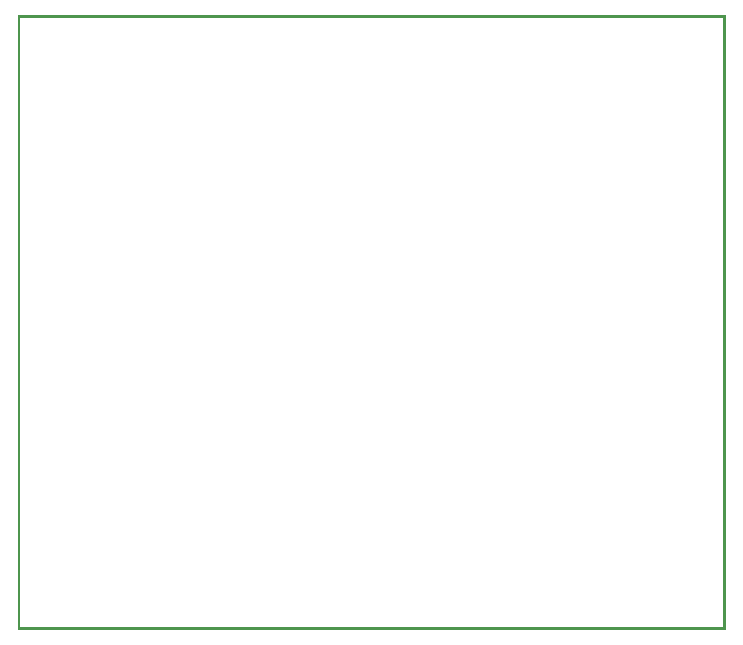
<source format=gbo>
G04 MADE WITH FRITZING*
G04 WWW.FRITZING.ORG*
G04 DOUBLE SIDED*
G04 HOLES PLATED*
G04 CONTOUR ON CENTER OF CONTOUR VECTOR*
%ASAXBY*%
%FSLAX23Y23*%
%MOIN*%
%OFA0B0*%
%SFA1.0B1.0*%
%ADD10R,0.001000X0.001000*%
%LNSILK0*%
G90*
G70*
G54D10*
X0Y2049D02*
X2359Y2049D01*
X0Y2048D02*
X2359Y2048D01*
X0Y2047D02*
X2359Y2047D01*
X0Y2046D02*
X2359Y2046D01*
X0Y2045D02*
X2359Y2045D01*
X0Y2044D02*
X2359Y2044D01*
X0Y2043D02*
X2359Y2043D01*
X0Y2042D02*
X2359Y2042D01*
X0Y2041D02*
X7Y2041D01*
X2352Y2041D02*
X2359Y2041D01*
X0Y2040D02*
X7Y2040D01*
X2352Y2040D02*
X2359Y2040D01*
X0Y2039D02*
X7Y2039D01*
X2352Y2039D02*
X2359Y2039D01*
X0Y2038D02*
X7Y2038D01*
X2352Y2038D02*
X2359Y2038D01*
X0Y2037D02*
X7Y2037D01*
X2352Y2037D02*
X2359Y2037D01*
X0Y2036D02*
X7Y2036D01*
X2352Y2036D02*
X2359Y2036D01*
X0Y2035D02*
X7Y2035D01*
X2352Y2035D02*
X2359Y2035D01*
X0Y2034D02*
X7Y2034D01*
X2352Y2034D02*
X2359Y2034D01*
X0Y2033D02*
X7Y2033D01*
X2352Y2033D02*
X2359Y2033D01*
X0Y2032D02*
X7Y2032D01*
X2352Y2032D02*
X2359Y2032D01*
X0Y2031D02*
X7Y2031D01*
X2352Y2031D02*
X2359Y2031D01*
X0Y2030D02*
X7Y2030D01*
X2352Y2030D02*
X2359Y2030D01*
X0Y2029D02*
X7Y2029D01*
X2352Y2029D02*
X2359Y2029D01*
X0Y2028D02*
X7Y2028D01*
X2352Y2028D02*
X2359Y2028D01*
X0Y2027D02*
X7Y2027D01*
X2352Y2027D02*
X2359Y2027D01*
X0Y2026D02*
X7Y2026D01*
X2352Y2026D02*
X2359Y2026D01*
X0Y2025D02*
X7Y2025D01*
X2352Y2025D02*
X2359Y2025D01*
X0Y2024D02*
X7Y2024D01*
X2352Y2024D02*
X2359Y2024D01*
X0Y2023D02*
X7Y2023D01*
X2352Y2023D02*
X2359Y2023D01*
X0Y2022D02*
X7Y2022D01*
X2352Y2022D02*
X2359Y2022D01*
X0Y2021D02*
X7Y2021D01*
X2352Y2021D02*
X2359Y2021D01*
X0Y2020D02*
X7Y2020D01*
X2352Y2020D02*
X2359Y2020D01*
X0Y2019D02*
X7Y2019D01*
X2352Y2019D02*
X2359Y2019D01*
X0Y2018D02*
X7Y2018D01*
X2352Y2018D02*
X2359Y2018D01*
X0Y2017D02*
X7Y2017D01*
X2352Y2017D02*
X2359Y2017D01*
X0Y2016D02*
X7Y2016D01*
X2352Y2016D02*
X2359Y2016D01*
X0Y2015D02*
X7Y2015D01*
X2352Y2015D02*
X2359Y2015D01*
X0Y2014D02*
X7Y2014D01*
X2352Y2014D02*
X2359Y2014D01*
X0Y2013D02*
X7Y2013D01*
X2352Y2013D02*
X2359Y2013D01*
X0Y2012D02*
X7Y2012D01*
X2352Y2012D02*
X2359Y2012D01*
X0Y2011D02*
X7Y2011D01*
X2352Y2011D02*
X2359Y2011D01*
X0Y2010D02*
X7Y2010D01*
X2352Y2010D02*
X2359Y2010D01*
X0Y2009D02*
X7Y2009D01*
X2352Y2009D02*
X2359Y2009D01*
X0Y2008D02*
X7Y2008D01*
X2352Y2008D02*
X2359Y2008D01*
X0Y2007D02*
X7Y2007D01*
X2352Y2007D02*
X2359Y2007D01*
X0Y2006D02*
X7Y2006D01*
X2352Y2006D02*
X2359Y2006D01*
X0Y2005D02*
X7Y2005D01*
X2352Y2005D02*
X2359Y2005D01*
X0Y2004D02*
X7Y2004D01*
X2352Y2004D02*
X2359Y2004D01*
X0Y2003D02*
X7Y2003D01*
X2352Y2003D02*
X2359Y2003D01*
X0Y2002D02*
X7Y2002D01*
X2352Y2002D02*
X2359Y2002D01*
X0Y2001D02*
X7Y2001D01*
X2352Y2001D02*
X2359Y2001D01*
X0Y2000D02*
X7Y2000D01*
X2352Y2000D02*
X2359Y2000D01*
X0Y1999D02*
X7Y1999D01*
X2352Y1999D02*
X2359Y1999D01*
X0Y1998D02*
X7Y1998D01*
X2352Y1998D02*
X2359Y1998D01*
X0Y1997D02*
X7Y1997D01*
X2352Y1997D02*
X2359Y1997D01*
X0Y1996D02*
X7Y1996D01*
X2352Y1996D02*
X2359Y1996D01*
X0Y1995D02*
X7Y1995D01*
X2352Y1995D02*
X2359Y1995D01*
X0Y1994D02*
X7Y1994D01*
X2352Y1994D02*
X2359Y1994D01*
X0Y1993D02*
X7Y1993D01*
X2352Y1993D02*
X2359Y1993D01*
X0Y1992D02*
X7Y1992D01*
X2352Y1992D02*
X2359Y1992D01*
X0Y1991D02*
X7Y1991D01*
X2352Y1991D02*
X2359Y1991D01*
X0Y1990D02*
X7Y1990D01*
X2352Y1990D02*
X2359Y1990D01*
X0Y1989D02*
X7Y1989D01*
X2352Y1989D02*
X2359Y1989D01*
X0Y1988D02*
X7Y1988D01*
X2352Y1988D02*
X2359Y1988D01*
X0Y1987D02*
X7Y1987D01*
X2352Y1987D02*
X2359Y1987D01*
X0Y1986D02*
X7Y1986D01*
X2352Y1986D02*
X2359Y1986D01*
X0Y1985D02*
X7Y1985D01*
X2352Y1985D02*
X2359Y1985D01*
X0Y1984D02*
X7Y1984D01*
X2352Y1984D02*
X2359Y1984D01*
X0Y1983D02*
X7Y1983D01*
X2352Y1983D02*
X2359Y1983D01*
X0Y1982D02*
X7Y1982D01*
X2352Y1982D02*
X2359Y1982D01*
X0Y1981D02*
X7Y1981D01*
X2352Y1981D02*
X2359Y1981D01*
X0Y1980D02*
X7Y1980D01*
X2352Y1980D02*
X2359Y1980D01*
X0Y1979D02*
X7Y1979D01*
X2352Y1979D02*
X2359Y1979D01*
X0Y1978D02*
X7Y1978D01*
X2352Y1978D02*
X2359Y1978D01*
X0Y1977D02*
X7Y1977D01*
X2352Y1977D02*
X2359Y1977D01*
X0Y1976D02*
X7Y1976D01*
X2352Y1976D02*
X2359Y1976D01*
X0Y1975D02*
X7Y1975D01*
X2352Y1975D02*
X2359Y1975D01*
X0Y1974D02*
X7Y1974D01*
X2352Y1974D02*
X2359Y1974D01*
X0Y1973D02*
X7Y1973D01*
X2352Y1973D02*
X2359Y1973D01*
X0Y1972D02*
X7Y1972D01*
X2352Y1972D02*
X2359Y1972D01*
X0Y1971D02*
X7Y1971D01*
X2352Y1971D02*
X2359Y1971D01*
X0Y1970D02*
X7Y1970D01*
X2352Y1970D02*
X2359Y1970D01*
X0Y1969D02*
X7Y1969D01*
X2352Y1969D02*
X2359Y1969D01*
X0Y1968D02*
X7Y1968D01*
X2352Y1968D02*
X2359Y1968D01*
X0Y1967D02*
X7Y1967D01*
X2352Y1967D02*
X2359Y1967D01*
X0Y1966D02*
X7Y1966D01*
X2352Y1966D02*
X2359Y1966D01*
X0Y1965D02*
X7Y1965D01*
X2352Y1965D02*
X2359Y1965D01*
X0Y1964D02*
X7Y1964D01*
X2352Y1964D02*
X2359Y1964D01*
X0Y1963D02*
X7Y1963D01*
X2352Y1963D02*
X2359Y1963D01*
X0Y1962D02*
X7Y1962D01*
X2352Y1962D02*
X2359Y1962D01*
X0Y1961D02*
X7Y1961D01*
X2352Y1961D02*
X2359Y1961D01*
X0Y1960D02*
X7Y1960D01*
X2352Y1960D02*
X2359Y1960D01*
X0Y1959D02*
X7Y1959D01*
X2352Y1959D02*
X2359Y1959D01*
X0Y1958D02*
X7Y1958D01*
X2352Y1958D02*
X2359Y1958D01*
X0Y1957D02*
X7Y1957D01*
X2352Y1957D02*
X2359Y1957D01*
X0Y1956D02*
X7Y1956D01*
X2352Y1956D02*
X2359Y1956D01*
X0Y1955D02*
X7Y1955D01*
X2352Y1955D02*
X2359Y1955D01*
X0Y1954D02*
X7Y1954D01*
X2352Y1954D02*
X2359Y1954D01*
X0Y1953D02*
X7Y1953D01*
X2352Y1953D02*
X2359Y1953D01*
X0Y1952D02*
X7Y1952D01*
X2352Y1952D02*
X2359Y1952D01*
X0Y1951D02*
X7Y1951D01*
X2352Y1951D02*
X2359Y1951D01*
X0Y1950D02*
X7Y1950D01*
X2352Y1950D02*
X2359Y1950D01*
X0Y1949D02*
X7Y1949D01*
X2352Y1949D02*
X2359Y1949D01*
X0Y1948D02*
X7Y1948D01*
X2352Y1948D02*
X2359Y1948D01*
X0Y1947D02*
X7Y1947D01*
X2352Y1947D02*
X2359Y1947D01*
X0Y1946D02*
X7Y1946D01*
X2352Y1946D02*
X2359Y1946D01*
X0Y1945D02*
X7Y1945D01*
X2352Y1945D02*
X2359Y1945D01*
X0Y1944D02*
X7Y1944D01*
X2352Y1944D02*
X2359Y1944D01*
X0Y1943D02*
X7Y1943D01*
X2352Y1943D02*
X2359Y1943D01*
X0Y1942D02*
X7Y1942D01*
X2352Y1942D02*
X2359Y1942D01*
X0Y1941D02*
X7Y1941D01*
X2352Y1941D02*
X2359Y1941D01*
X0Y1940D02*
X7Y1940D01*
X2352Y1940D02*
X2359Y1940D01*
X0Y1939D02*
X7Y1939D01*
X2352Y1939D02*
X2359Y1939D01*
X0Y1938D02*
X7Y1938D01*
X2352Y1938D02*
X2359Y1938D01*
X0Y1937D02*
X7Y1937D01*
X2352Y1937D02*
X2359Y1937D01*
X0Y1936D02*
X7Y1936D01*
X2352Y1936D02*
X2359Y1936D01*
X0Y1935D02*
X7Y1935D01*
X2352Y1935D02*
X2359Y1935D01*
X0Y1934D02*
X7Y1934D01*
X2352Y1934D02*
X2359Y1934D01*
X0Y1933D02*
X7Y1933D01*
X2352Y1933D02*
X2359Y1933D01*
X0Y1932D02*
X7Y1932D01*
X2352Y1932D02*
X2359Y1932D01*
X0Y1931D02*
X7Y1931D01*
X2352Y1931D02*
X2359Y1931D01*
X0Y1930D02*
X7Y1930D01*
X2352Y1930D02*
X2359Y1930D01*
X0Y1929D02*
X7Y1929D01*
X2352Y1929D02*
X2359Y1929D01*
X0Y1928D02*
X7Y1928D01*
X2352Y1928D02*
X2359Y1928D01*
X0Y1927D02*
X7Y1927D01*
X2352Y1927D02*
X2359Y1927D01*
X0Y1926D02*
X7Y1926D01*
X2352Y1926D02*
X2359Y1926D01*
X0Y1925D02*
X7Y1925D01*
X2352Y1925D02*
X2359Y1925D01*
X0Y1924D02*
X7Y1924D01*
X2352Y1924D02*
X2359Y1924D01*
X0Y1923D02*
X7Y1923D01*
X2352Y1923D02*
X2359Y1923D01*
X0Y1922D02*
X7Y1922D01*
X2352Y1922D02*
X2359Y1922D01*
X0Y1921D02*
X7Y1921D01*
X2352Y1921D02*
X2359Y1921D01*
X0Y1920D02*
X7Y1920D01*
X2352Y1920D02*
X2359Y1920D01*
X0Y1919D02*
X7Y1919D01*
X2352Y1919D02*
X2359Y1919D01*
X0Y1918D02*
X7Y1918D01*
X2352Y1918D02*
X2359Y1918D01*
X0Y1917D02*
X7Y1917D01*
X2352Y1917D02*
X2359Y1917D01*
X0Y1916D02*
X7Y1916D01*
X2352Y1916D02*
X2359Y1916D01*
X0Y1915D02*
X7Y1915D01*
X2352Y1915D02*
X2359Y1915D01*
X0Y1914D02*
X7Y1914D01*
X2352Y1914D02*
X2359Y1914D01*
X0Y1913D02*
X7Y1913D01*
X2352Y1913D02*
X2359Y1913D01*
X0Y1912D02*
X7Y1912D01*
X2352Y1912D02*
X2359Y1912D01*
X0Y1911D02*
X7Y1911D01*
X2352Y1911D02*
X2359Y1911D01*
X0Y1910D02*
X7Y1910D01*
X2352Y1910D02*
X2359Y1910D01*
X0Y1909D02*
X7Y1909D01*
X2352Y1909D02*
X2359Y1909D01*
X0Y1908D02*
X7Y1908D01*
X2352Y1908D02*
X2359Y1908D01*
X0Y1907D02*
X7Y1907D01*
X2352Y1907D02*
X2359Y1907D01*
X0Y1906D02*
X7Y1906D01*
X2352Y1906D02*
X2359Y1906D01*
X0Y1905D02*
X7Y1905D01*
X2352Y1905D02*
X2359Y1905D01*
X0Y1904D02*
X7Y1904D01*
X2352Y1904D02*
X2359Y1904D01*
X0Y1903D02*
X7Y1903D01*
X2352Y1903D02*
X2359Y1903D01*
X0Y1902D02*
X7Y1902D01*
X2352Y1902D02*
X2359Y1902D01*
X0Y1901D02*
X7Y1901D01*
X2352Y1901D02*
X2359Y1901D01*
X0Y1900D02*
X7Y1900D01*
X2352Y1900D02*
X2359Y1900D01*
X0Y1899D02*
X7Y1899D01*
X2352Y1899D02*
X2359Y1899D01*
X0Y1898D02*
X7Y1898D01*
X2352Y1898D02*
X2359Y1898D01*
X0Y1897D02*
X7Y1897D01*
X2352Y1897D02*
X2359Y1897D01*
X0Y1896D02*
X7Y1896D01*
X2352Y1896D02*
X2359Y1896D01*
X0Y1895D02*
X7Y1895D01*
X2352Y1895D02*
X2359Y1895D01*
X0Y1894D02*
X7Y1894D01*
X2352Y1894D02*
X2359Y1894D01*
X0Y1893D02*
X7Y1893D01*
X2352Y1893D02*
X2359Y1893D01*
X0Y1892D02*
X7Y1892D01*
X2352Y1892D02*
X2359Y1892D01*
X0Y1891D02*
X7Y1891D01*
X2352Y1891D02*
X2359Y1891D01*
X0Y1890D02*
X7Y1890D01*
X2352Y1890D02*
X2359Y1890D01*
X0Y1889D02*
X7Y1889D01*
X2352Y1889D02*
X2359Y1889D01*
X0Y1888D02*
X7Y1888D01*
X2352Y1888D02*
X2359Y1888D01*
X0Y1887D02*
X7Y1887D01*
X2352Y1887D02*
X2359Y1887D01*
X0Y1886D02*
X7Y1886D01*
X2352Y1886D02*
X2359Y1886D01*
X0Y1885D02*
X7Y1885D01*
X2352Y1885D02*
X2359Y1885D01*
X0Y1884D02*
X7Y1884D01*
X2352Y1884D02*
X2359Y1884D01*
X0Y1883D02*
X7Y1883D01*
X2352Y1883D02*
X2359Y1883D01*
X0Y1882D02*
X7Y1882D01*
X2352Y1882D02*
X2359Y1882D01*
X0Y1881D02*
X7Y1881D01*
X2352Y1881D02*
X2359Y1881D01*
X0Y1880D02*
X7Y1880D01*
X2352Y1880D02*
X2359Y1880D01*
X0Y1879D02*
X7Y1879D01*
X2352Y1879D02*
X2359Y1879D01*
X0Y1878D02*
X7Y1878D01*
X2352Y1878D02*
X2359Y1878D01*
X0Y1877D02*
X7Y1877D01*
X2352Y1877D02*
X2359Y1877D01*
X0Y1876D02*
X7Y1876D01*
X2352Y1876D02*
X2359Y1876D01*
X0Y1875D02*
X7Y1875D01*
X2352Y1875D02*
X2359Y1875D01*
X0Y1874D02*
X7Y1874D01*
X2352Y1874D02*
X2359Y1874D01*
X0Y1873D02*
X7Y1873D01*
X2352Y1873D02*
X2359Y1873D01*
X0Y1872D02*
X7Y1872D01*
X2352Y1872D02*
X2359Y1872D01*
X0Y1871D02*
X7Y1871D01*
X2352Y1871D02*
X2359Y1871D01*
X0Y1870D02*
X7Y1870D01*
X2352Y1870D02*
X2359Y1870D01*
X0Y1869D02*
X7Y1869D01*
X2352Y1869D02*
X2359Y1869D01*
X0Y1868D02*
X7Y1868D01*
X2352Y1868D02*
X2359Y1868D01*
X0Y1867D02*
X7Y1867D01*
X2352Y1867D02*
X2359Y1867D01*
X0Y1866D02*
X7Y1866D01*
X2352Y1866D02*
X2359Y1866D01*
X0Y1865D02*
X7Y1865D01*
X2352Y1865D02*
X2359Y1865D01*
X0Y1864D02*
X7Y1864D01*
X2352Y1864D02*
X2359Y1864D01*
X0Y1863D02*
X7Y1863D01*
X2352Y1863D02*
X2359Y1863D01*
X0Y1862D02*
X7Y1862D01*
X2352Y1862D02*
X2359Y1862D01*
X0Y1861D02*
X7Y1861D01*
X2352Y1861D02*
X2359Y1861D01*
X0Y1860D02*
X7Y1860D01*
X2352Y1860D02*
X2359Y1860D01*
X0Y1859D02*
X7Y1859D01*
X2352Y1859D02*
X2359Y1859D01*
X0Y1858D02*
X7Y1858D01*
X2352Y1858D02*
X2359Y1858D01*
X0Y1857D02*
X7Y1857D01*
X2352Y1857D02*
X2359Y1857D01*
X0Y1856D02*
X7Y1856D01*
X2352Y1856D02*
X2359Y1856D01*
X0Y1855D02*
X7Y1855D01*
X2352Y1855D02*
X2359Y1855D01*
X0Y1854D02*
X7Y1854D01*
X2352Y1854D02*
X2359Y1854D01*
X0Y1853D02*
X7Y1853D01*
X2352Y1853D02*
X2359Y1853D01*
X0Y1852D02*
X7Y1852D01*
X2352Y1852D02*
X2359Y1852D01*
X0Y1851D02*
X7Y1851D01*
X2352Y1851D02*
X2359Y1851D01*
X0Y1850D02*
X7Y1850D01*
X2352Y1850D02*
X2359Y1850D01*
X0Y1849D02*
X7Y1849D01*
X2352Y1849D02*
X2359Y1849D01*
X0Y1848D02*
X7Y1848D01*
X2352Y1848D02*
X2359Y1848D01*
X0Y1847D02*
X7Y1847D01*
X2352Y1847D02*
X2359Y1847D01*
X0Y1846D02*
X7Y1846D01*
X2352Y1846D02*
X2359Y1846D01*
X0Y1845D02*
X7Y1845D01*
X2352Y1845D02*
X2359Y1845D01*
X0Y1844D02*
X7Y1844D01*
X2352Y1844D02*
X2359Y1844D01*
X0Y1843D02*
X7Y1843D01*
X2352Y1843D02*
X2359Y1843D01*
X0Y1842D02*
X7Y1842D01*
X2352Y1842D02*
X2359Y1842D01*
X0Y1841D02*
X7Y1841D01*
X2352Y1841D02*
X2359Y1841D01*
X0Y1840D02*
X7Y1840D01*
X2352Y1840D02*
X2359Y1840D01*
X0Y1839D02*
X7Y1839D01*
X2352Y1839D02*
X2359Y1839D01*
X0Y1838D02*
X7Y1838D01*
X2352Y1838D02*
X2359Y1838D01*
X0Y1837D02*
X7Y1837D01*
X2352Y1837D02*
X2359Y1837D01*
X0Y1836D02*
X7Y1836D01*
X2352Y1836D02*
X2359Y1836D01*
X0Y1835D02*
X7Y1835D01*
X2352Y1835D02*
X2359Y1835D01*
X0Y1834D02*
X7Y1834D01*
X2352Y1834D02*
X2359Y1834D01*
X0Y1833D02*
X7Y1833D01*
X2352Y1833D02*
X2359Y1833D01*
X0Y1832D02*
X7Y1832D01*
X2352Y1832D02*
X2359Y1832D01*
X0Y1831D02*
X7Y1831D01*
X2352Y1831D02*
X2359Y1831D01*
X0Y1830D02*
X7Y1830D01*
X2352Y1830D02*
X2359Y1830D01*
X0Y1829D02*
X7Y1829D01*
X2352Y1829D02*
X2359Y1829D01*
X0Y1828D02*
X7Y1828D01*
X2352Y1828D02*
X2359Y1828D01*
X0Y1827D02*
X7Y1827D01*
X2352Y1827D02*
X2359Y1827D01*
X0Y1826D02*
X7Y1826D01*
X2352Y1826D02*
X2359Y1826D01*
X0Y1825D02*
X7Y1825D01*
X2352Y1825D02*
X2359Y1825D01*
X0Y1824D02*
X7Y1824D01*
X2352Y1824D02*
X2359Y1824D01*
X0Y1823D02*
X7Y1823D01*
X2352Y1823D02*
X2359Y1823D01*
X0Y1822D02*
X7Y1822D01*
X2352Y1822D02*
X2359Y1822D01*
X0Y1821D02*
X7Y1821D01*
X2352Y1821D02*
X2359Y1821D01*
X0Y1820D02*
X7Y1820D01*
X2352Y1820D02*
X2359Y1820D01*
X0Y1819D02*
X7Y1819D01*
X2352Y1819D02*
X2359Y1819D01*
X0Y1818D02*
X7Y1818D01*
X2352Y1818D02*
X2359Y1818D01*
X0Y1817D02*
X7Y1817D01*
X2352Y1817D02*
X2359Y1817D01*
X0Y1816D02*
X7Y1816D01*
X2352Y1816D02*
X2359Y1816D01*
X0Y1815D02*
X7Y1815D01*
X2352Y1815D02*
X2359Y1815D01*
X0Y1814D02*
X7Y1814D01*
X2352Y1814D02*
X2359Y1814D01*
X0Y1813D02*
X7Y1813D01*
X2352Y1813D02*
X2359Y1813D01*
X0Y1812D02*
X7Y1812D01*
X2352Y1812D02*
X2359Y1812D01*
X0Y1811D02*
X7Y1811D01*
X2352Y1811D02*
X2359Y1811D01*
X0Y1810D02*
X7Y1810D01*
X2352Y1810D02*
X2359Y1810D01*
X0Y1809D02*
X7Y1809D01*
X2352Y1809D02*
X2359Y1809D01*
X0Y1808D02*
X7Y1808D01*
X2352Y1808D02*
X2359Y1808D01*
X0Y1807D02*
X7Y1807D01*
X2352Y1807D02*
X2359Y1807D01*
X0Y1806D02*
X7Y1806D01*
X2352Y1806D02*
X2359Y1806D01*
X0Y1805D02*
X7Y1805D01*
X2352Y1805D02*
X2359Y1805D01*
X0Y1804D02*
X7Y1804D01*
X2352Y1804D02*
X2359Y1804D01*
X0Y1803D02*
X7Y1803D01*
X2352Y1803D02*
X2359Y1803D01*
X0Y1802D02*
X7Y1802D01*
X2352Y1802D02*
X2359Y1802D01*
X0Y1801D02*
X7Y1801D01*
X2352Y1801D02*
X2359Y1801D01*
X0Y1800D02*
X7Y1800D01*
X2352Y1800D02*
X2359Y1800D01*
X0Y1799D02*
X7Y1799D01*
X2352Y1799D02*
X2359Y1799D01*
X0Y1798D02*
X7Y1798D01*
X2352Y1798D02*
X2359Y1798D01*
X0Y1797D02*
X7Y1797D01*
X2352Y1797D02*
X2359Y1797D01*
X0Y1796D02*
X7Y1796D01*
X2352Y1796D02*
X2359Y1796D01*
X0Y1795D02*
X7Y1795D01*
X2352Y1795D02*
X2359Y1795D01*
X0Y1794D02*
X7Y1794D01*
X2352Y1794D02*
X2359Y1794D01*
X0Y1793D02*
X7Y1793D01*
X2352Y1793D02*
X2359Y1793D01*
X0Y1792D02*
X7Y1792D01*
X2352Y1792D02*
X2359Y1792D01*
X0Y1791D02*
X7Y1791D01*
X2352Y1791D02*
X2359Y1791D01*
X0Y1790D02*
X7Y1790D01*
X2352Y1790D02*
X2359Y1790D01*
X0Y1789D02*
X7Y1789D01*
X2352Y1789D02*
X2359Y1789D01*
X0Y1788D02*
X7Y1788D01*
X2352Y1788D02*
X2359Y1788D01*
X0Y1787D02*
X7Y1787D01*
X2352Y1787D02*
X2359Y1787D01*
X0Y1786D02*
X7Y1786D01*
X2352Y1786D02*
X2359Y1786D01*
X0Y1785D02*
X7Y1785D01*
X2352Y1785D02*
X2359Y1785D01*
X0Y1784D02*
X7Y1784D01*
X2352Y1784D02*
X2359Y1784D01*
X0Y1783D02*
X7Y1783D01*
X2352Y1783D02*
X2359Y1783D01*
X0Y1782D02*
X7Y1782D01*
X2352Y1782D02*
X2359Y1782D01*
X0Y1781D02*
X7Y1781D01*
X2352Y1781D02*
X2359Y1781D01*
X0Y1780D02*
X7Y1780D01*
X2352Y1780D02*
X2359Y1780D01*
X0Y1779D02*
X7Y1779D01*
X2352Y1779D02*
X2359Y1779D01*
X0Y1778D02*
X7Y1778D01*
X2352Y1778D02*
X2359Y1778D01*
X0Y1777D02*
X7Y1777D01*
X2352Y1777D02*
X2359Y1777D01*
X0Y1776D02*
X7Y1776D01*
X2352Y1776D02*
X2359Y1776D01*
X0Y1775D02*
X7Y1775D01*
X2352Y1775D02*
X2359Y1775D01*
X0Y1774D02*
X7Y1774D01*
X2352Y1774D02*
X2359Y1774D01*
X0Y1773D02*
X7Y1773D01*
X2352Y1773D02*
X2359Y1773D01*
X0Y1772D02*
X7Y1772D01*
X2352Y1772D02*
X2359Y1772D01*
X0Y1771D02*
X7Y1771D01*
X2352Y1771D02*
X2359Y1771D01*
X0Y1770D02*
X7Y1770D01*
X2352Y1770D02*
X2359Y1770D01*
X0Y1769D02*
X7Y1769D01*
X2352Y1769D02*
X2359Y1769D01*
X0Y1768D02*
X7Y1768D01*
X2352Y1768D02*
X2359Y1768D01*
X0Y1767D02*
X7Y1767D01*
X2352Y1767D02*
X2359Y1767D01*
X0Y1766D02*
X7Y1766D01*
X2352Y1766D02*
X2359Y1766D01*
X0Y1765D02*
X7Y1765D01*
X2352Y1765D02*
X2359Y1765D01*
X0Y1764D02*
X7Y1764D01*
X2352Y1764D02*
X2359Y1764D01*
X0Y1763D02*
X7Y1763D01*
X2352Y1763D02*
X2359Y1763D01*
X0Y1762D02*
X7Y1762D01*
X2352Y1762D02*
X2359Y1762D01*
X0Y1761D02*
X7Y1761D01*
X2352Y1761D02*
X2359Y1761D01*
X0Y1760D02*
X7Y1760D01*
X2352Y1760D02*
X2359Y1760D01*
X0Y1759D02*
X7Y1759D01*
X2352Y1759D02*
X2359Y1759D01*
X0Y1758D02*
X7Y1758D01*
X2352Y1758D02*
X2359Y1758D01*
X0Y1757D02*
X7Y1757D01*
X2352Y1757D02*
X2359Y1757D01*
X0Y1756D02*
X7Y1756D01*
X2352Y1756D02*
X2359Y1756D01*
X0Y1755D02*
X7Y1755D01*
X2352Y1755D02*
X2359Y1755D01*
X0Y1754D02*
X7Y1754D01*
X2352Y1754D02*
X2359Y1754D01*
X0Y1753D02*
X7Y1753D01*
X2352Y1753D02*
X2359Y1753D01*
X0Y1752D02*
X7Y1752D01*
X2352Y1752D02*
X2359Y1752D01*
X0Y1751D02*
X7Y1751D01*
X2352Y1751D02*
X2359Y1751D01*
X0Y1750D02*
X7Y1750D01*
X2352Y1750D02*
X2359Y1750D01*
X0Y1749D02*
X7Y1749D01*
X2352Y1749D02*
X2359Y1749D01*
X0Y1748D02*
X7Y1748D01*
X2352Y1748D02*
X2359Y1748D01*
X0Y1747D02*
X7Y1747D01*
X2352Y1747D02*
X2359Y1747D01*
X0Y1746D02*
X7Y1746D01*
X2352Y1746D02*
X2359Y1746D01*
X0Y1745D02*
X7Y1745D01*
X2352Y1745D02*
X2359Y1745D01*
X0Y1744D02*
X7Y1744D01*
X2352Y1744D02*
X2359Y1744D01*
X0Y1743D02*
X7Y1743D01*
X2352Y1743D02*
X2359Y1743D01*
X0Y1742D02*
X7Y1742D01*
X2352Y1742D02*
X2359Y1742D01*
X0Y1741D02*
X7Y1741D01*
X2352Y1741D02*
X2359Y1741D01*
X0Y1740D02*
X7Y1740D01*
X2352Y1740D02*
X2359Y1740D01*
X0Y1739D02*
X7Y1739D01*
X2352Y1739D02*
X2359Y1739D01*
X0Y1738D02*
X7Y1738D01*
X2352Y1738D02*
X2359Y1738D01*
X0Y1737D02*
X7Y1737D01*
X2352Y1737D02*
X2359Y1737D01*
X0Y1736D02*
X7Y1736D01*
X2352Y1736D02*
X2359Y1736D01*
X0Y1735D02*
X7Y1735D01*
X2352Y1735D02*
X2359Y1735D01*
X0Y1734D02*
X7Y1734D01*
X2352Y1734D02*
X2359Y1734D01*
X0Y1733D02*
X7Y1733D01*
X2352Y1733D02*
X2359Y1733D01*
X0Y1732D02*
X7Y1732D01*
X2352Y1732D02*
X2359Y1732D01*
X0Y1731D02*
X7Y1731D01*
X2352Y1731D02*
X2359Y1731D01*
X0Y1730D02*
X7Y1730D01*
X2352Y1730D02*
X2359Y1730D01*
X0Y1729D02*
X7Y1729D01*
X2352Y1729D02*
X2359Y1729D01*
X0Y1728D02*
X7Y1728D01*
X2352Y1728D02*
X2359Y1728D01*
X0Y1727D02*
X7Y1727D01*
X2352Y1727D02*
X2359Y1727D01*
X0Y1726D02*
X7Y1726D01*
X2352Y1726D02*
X2359Y1726D01*
X0Y1725D02*
X7Y1725D01*
X2352Y1725D02*
X2359Y1725D01*
X0Y1724D02*
X7Y1724D01*
X2352Y1724D02*
X2359Y1724D01*
X0Y1723D02*
X7Y1723D01*
X2352Y1723D02*
X2359Y1723D01*
X0Y1722D02*
X7Y1722D01*
X2352Y1722D02*
X2359Y1722D01*
X0Y1721D02*
X7Y1721D01*
X2352Y1721D02*
X2359Y1721D01*
X0Y1720D02*
X7Y1720D01*
X2352Y1720D02*
X2359Y1720D01*
X0Y1719D02*
X7Y1719D01*
X2352Y1719D02*
X2359Y1719D01*
X0Y1718D02*
X7Y1718D01*
X2352Y1718D02*
X2359Y1718D01*
X0Y1717D02*
X7Y1717D01*
X2352Y1717D02*
X2359Y1717D01*
X0Y1716D02*
X7Y1716D01*
X2352Y1716D02*
X2359Y1716D01*
X0Y1715D02*
X7Y1715D01*
X2352Y1715D02*
X2359Y1715D01*
X0Y1714D02*
X7Y1714D01*
X2352Y1714D02*
X2359Y1714D01*
X0Y1713D02*
X7Y1713D01*
X2352Y1713D02*
X2359Y1713D01*
X0Y1712D02*
X7Y1712D01*
X2352Y1712D02*
X2359Y1712D01*
X0Y1711D02*
X7Y1711D01*
X2352Y1711D02*
X2359Y1711D01*
X0Y1710D02*
X7Y1710D01*
X2352Y1710D02*
X2359Y1710D01*
X0Y1709D02*
X7Y1709D01*
X2352Y1709D02*
X2359Y1709D01*
X0Y1708D02*
X7Y1708D01*
X2352Y1708D02*
X2359Y1708D01*
X0Y1707D02*
X7Y1707D01*
X2352Y1707D02*
X2359Y1707D01*
X0Y1706D02*
X7Y1706D01*
X2352Y1706D02*
X2359Y1706D01*
X0Y1705D02*
X7Y1705D01*
X2352Y1705D02*
X2359Y1705D01*
X0Y1704D02*
X7Y1704D01*
X2352Y1704D02*
X2359Y1704D01*
X0Y1703D02*
X7Y1703D01*
X2352Y1703D02*
X2359Y1703D01*
X0Y1702D02*
X7Y1702D01*
X2352Y1702D02*
X2359Y1702D01*
X0Y1701D02*
X7Y1701D01*
X2352Y1701D02*
X2359Y1701D01*
X0Y1700D02*
X7Y1700D01*
X2352Y1700D02*
X2359Y1700D01*
X0Y1699D02*
X7Y1699D01*
X2352Y1699D02*
X2359Y1699D01*
X0Y1698D02*
X7Y1698D01*
X2352Y1698D02*
X2359Y1698D01*
X0Y1697D02*
X7Y1697D01*
X2352Y1697D02*
X2359Y1697D01*
X0Y1696D02*
X7Y1696D01*
X2352Y1696D02*
X2359Y1696D01*
X0Y1695D02*
X7Y1695D01*
X2352Y1695D02*
X2359Y1695D01*
X0Y1694D02*
X7Y1694D01*
X2352Y1694D02*
X2359Y1694D01*
X0Y1693D02*
X7Y1693D01*
X2352Y1693D02*
X2359Y1693D01*
X0Y1692D02*
X7Y1692D01*
X2352Y1692D02*
X2359Y1692D01*
X0Y1691D02*
X7Y1691D01*
X2352Y1691D02*
X2359Y1691D01*
X0Y1690D02*
X7Y1690D01*
X2352Y1690D02*
X2359Y1690D01*
X0Y1689D02*
X7Y1689D01*
X2352Y1689D02*
X2359Y1689D01*
X0Y1688D02*
X7Y1688D01*
X2352Y1688D02*
X2359Y1688D01*
X0Y1687D02*
X7Y1687D01*
X2352Y1687D02*
X2359Y1687D01*
X0Y1686D02*
X7Y1686D01*
X2352Y1686D02*
X2359Y1686D01*
X0Y1685D02*
X7Y1685D01*
X2352Y1685D02*
X2359Y1685D01*
X0Y1684D02*
X7Y1684D01*
X2352Y1684D02*
X2359Y1684D01*
X0Y1683D02*
X7Y1683D01*
X2352Y1683D02*
X2359Y1683D01*
X0Y1682D02*
X7Y1682D01*
X2352Y1682D02*
X2359Y1682D01*
X0Y1681D02*
X7Y1681D01*
X2352Y1681D02*
X2359Y1681D01*
X0Y1680D02*
X7Y1680D01*
X2352Y1680D02*
X2359Y1680D01*
X0Y1679D02*
X7Y1679D01*
X2352Y1679D02*
X2359Y1679D01*
X0Y1678D02*
X7Y1678D01*
X2352Y1678D02*
X2359Y1678D01*
X0Y1677D02*
X7Y1677D01*
X2352Y1677D02*
X2359Y1677D01*
X0Y1676D02*
X7Y1676D01*
X2352Y1676D02*
X2359Y1676D01*
X0Y1675D02*
X7Y1675D01*
X2352Y1675D02*
X2359Y1675D01*
X0Y1674D02*
X7Y1674D01*
X2352Y1674D02*
X2359Y1674D01*
X0Y1673D02*
X7Y1673D01*
X2352Y1673D02*
X2359Y1673D01*
X0Y1672D02*
X7Y1672D01*
X2352Y1672D02*
X2359Y1672D01*
X0Y1671D02*
X7Y1671D01*
X2352Y1671D02*
X2359Y1671D01*
X0Y1670D02*
X7Y1670D01*
X2352Y1670D02*
X2359Y1670D01*
X0Y1669D02*
X7Y1669D01*
X2352Y1669D02*
X2359Y1669D01*
X0Y1668D02*
X7Y1668D01*
X2352Y1668D02*
X2359Y1668D01*
X0Y1667D02*
X7Y1667D01*
X2352Y1667D02*
X2359Y1667D01*
X0Y1666D02*
X7Y1666D01*
X2352Y1666D02*
X2359Y1666D01*
X0Y1665D02*
X7Y1665D01*
X2352Y1665D02*
X2359Y1665D01*
X0Y1664D02*
X7Y1664D01*
X2352Y1664D02*
X2359Y1664D01*
X0Y1663D02*
X7Y1663D01*
X2352Y1663D02*
X2359Y1663D01*
X0Y1662D02*
X7Y1662D01*
X2352Y1662D02*
X2359Y1662D01*
X0Y1661D02*
X7Y1661D01*
X2352Y1661D02*
X2359Y1661D01*
X0Y1660D02*
X7Y1660D01*
X2352Y1660D02*
X2359Y1660D01*
X0Y1659D02*
X7Y1659D01*
X2352Y1659D02*
X2359Y1659D01*
X0Y1658D02*
X7Y1658D01*
X2352Y1658D02*
X2359Y1658D01*
X0Y1657D02*
X7Y1657D01*
X2352Y1657D02*
X2359Y1657D01*
X0Y1656D02*
X7Y1656D01*
X2352Y1656D02*
X2359Y1656D01*
X0Y1655D02*
X7Y1655D01*
X2352Y1655D02*
X2359Y1655D01*
X0Y1654D02*
X7Y1654D01*
X2352Y1654D02*
X2359Y1654D01*
X0Y1653D02*
X7Y1653D01*
X2352Y1653D02*
X2359Y1653D01*
X0Y1652D02*
X7Y1652D01*
X2352Y1652D02*
X2359Y1652D01*
X0Y1651D02*
X7Y1651D01*
X2352Y1651D02*
X2359Y1651D01*
X0Y1650D02*
X7Y1650D01*
X2352Y1650D02*
X2359Y1650D01*
X0Y1649D02*
X7Y1649D01*
X2352Y1649D02*
X2359Y1649D01*
X0Y1648D02*
X7Y1648D01*
X2352Y1648D02*
X2359Y1648D01*
X0Y1647D02*
X7Y1647D01*
X2352Y1647D02*
X2359Y1647D01*
X0Y1646D02*
X7Y1646D01*
X2352Y1646D02*
X2359Y1646D01*
X0Y1645D02*
X7Y1645D01*
X2352Y1645D02*
X2359Y1645D01*
X0Y1644D02*
X7Y1644D01*
X2352Y1644D02*
X2359Y1644D01*
X0Y1643D02*
X7Y1643D01*
X2352Y1643D02*
X2359Y1643D01*
X0Y1642D02*
X7Y1642D01*
X2352Y1642D02*
X2359Y1642D01*
X0Y1641D02*
X7Y1641D01*
X2352Y1641D02*
X2359Y1641D01*
X0Y1640D02*
X7Y1640D01*
X2352Y1640D02*
X2359Y1640D01*
X0Y1639D02*
X7Y1639D01*
X2352Y1639D02*
X2359Y1639D01*
X0Y1638D02*
X7Y1638D01*
X2352Y1638D02*
X2359Y1638D01*
X0Y1637D02*
X7Y1637D01*
X2352Y1637D02*
X2359Y1637D01*
X0Y1636D02*
X7Y1636D01*
X2352Y1636D02*
X2359Y1636D01*
X0Y1635D02*
X7Y1635D01*
X2352Y1635D02*
X2359Y1635D01*
X0Y1634D02*
X7Y1634D01*
X2352Y1634D02*
X2359Y1634D01*
X0Y1633D02*
X7Y1633D01*
X2352Y1633D02*
X2359Y1633D01*
X0Y1632D02*
X7Y1632D01*
X2352Y1632D02*
X2359Y1632D01*
X0Y1631D02*
X7Y1631D01*
X2352Y1631D02*
X2359Y1631D01*
X0Y1630D02*
X7Y1630D01*
X2352Y1630D02*
X2359Y1630D01*
X0Y1629D02*
X7Y1629D01*
X2352Y1629D02*
X2359Y1629D01*
X0Y1628D02*
X7Y1628D01*
X2352Y1628D02*
X2359Y1628D01*
X0Y1627D02*
X7Y1627D01*
X2352Y1627D02*
X2359Y1627D01*
X0Y1626D02*
X7Y1626D01*
X2352Y1626D02*
X2359Y1626D01*
X0Y1625D02*
X7Y1625D01*
X2352Y1625D02*
X2359Y1625D01*
X0Y1624D02*
X7Y1624D01*
X2352Y1624D02*
X2359Y1624D01*
X0Y1623D02*
X7Y1623D01*
X2352Y1623D02*
X2359Y1623D01*
X0Y1622D02*
X7Y1622D01*
X2352Y1622D02*
X2359Y1622D01*
X0Y1621D02*
X7Y1621D01*
X2352Y1621D02*
X2359Y1621D01*
X0Y1620D02*
X7Y1620D01*
X2352Y1620D02*
X2359Y1620D01*
X0Y1619D02*
X7Y1619D01*
X2352Y1619D02*
X2359Y1619D01*
X0Y1618D02*
X7Y1618D01*
X2352Y1618D02*
X2359Y1618D01*
X0Y1617D02*
X7Y1617D01*
X2352Y1617D02*
X2359Y1617D01*
X0Y1616D02*
X7Y1616D01*
X2352Y1616D02*
X2359Y1616D01*
X0Y1615D02*
X7Y1615D01*
X2352Y1615D02*
X2359Y1615D01*
X0Y1614D02*
X7Y1614D01*
X2352Y1614D02*
X2359Y1614D01*
X0Y1613D02*
X7Y1613D01*
X2352Y1613D02*
X2359Y1613D01*
X0Y1612D02*
X7Y1612D01*
X2352Y1612D02*
X2359Y1612D01*
X0Y1611D02*
X7Y1611D01*
X2352Y1611D02*
X2359Y1611D01*
X0Y1610D02*
X7Y1610D01*
X2352Y1610D02*
X2359Y1610D01*
X0Y1609D02*
X7Y1609D01*
X2352Y1609D02*
X2359Y1609D01*
X0Y1608D02*
X7Y1608D01*
X2352Y1608D02*
X2359Y1608D01*
X0Y1607D02*
X7Y1607D01*
X2352Y1607D02*
X2359Y1607D01*
X0Y1606D02*
X7Y1606D01*
X2352Y1606D02*
X2359Y1606D01*
X0Y1605D02*
X7Y1605D01*
X2352Y1605D02*
X2359Y1605D01*
X0Y1604D02*
X7Y1604D01*
X2352Y1604D02*
X2359Y1604D01*
X0Y1603D02*
X7Y1603D01*
X2352Y1603D02*
X2359Y1603D01*
X0Y1602D02*
X7Y1602D01*
X2352Y1602D02*
X2359Y1602D01*
X0Y1601D02*
X7Y1601D01*
X2352Y1601D02*
X2359Y1601D01*
X0Y1600D02*
X7Y1600D01*
X2352Y1600D02*
X2359Y1600D01*
X0Y1599D02*
X7Y1599D01*
X2352Y1599D02*
X2359Y1599D01*
X0Y1598D02*
X7Y1598D01*
X2352Y1598D02*
X2359Y1598D01*
X0Y1597D02*
X7Y1597D01*
X2352Y1597D02*
X2359Y1597D01*
X0Y1596D02*
X7Y1596D01*
X2352Y1596D02*
X2359Y1596D01*
X0Y1595D02*
X7Y1595D01*
X2352Y1595D02*
X2359Y1595D01*
X0Y1594D02*
X7Y1594D01*
X2352Y1594D02*
X2359Y1594D01*
X0Y1593D02*
X7Y1593D01*
X2352Y1593D02*
X2359Y1593D01*
X0Y1592D02*
X7Y1592D01*
X2352Y1592D02*
X2359Y1592D01*
X0Y1591D02*
X7Y1591D01*
X2352Y1591D02*
X2359Y1591D01*
X0Y1590D02*
X7Y1590D01*
X2352Y1590D02*
X2359Y1590D01*
X0Y1589D02*
X7Y1589D01*
X2352Y1589D02*
X2359Y1589D01*
X0Y1588D02*
X7Y1588D01*
X2352Y1588D02*
X2359Y1588D01*
X0Y1587D02*
X7Y1587D01*
X2352Y1587D02*
X2359Y1587D01*
X0Y1586D02*
X7Y1586D01*
X2352Y1586D02*
X2359Y1586D01*
X0Y1585D02*
X7Y1585D01*
X2352Y1585D02*
X2359Y1585D01*
X0Y1584D02*
X7Y1584D01*
X2352Y1584D02*
X2359Y1584D01*
X0Y1583D02*
X7Y1583D01*
X2352Y1583D02*
X2359Y1583D01*
X0Y1582D02*
X7Y1582D01*
X2352Y1582D02*
X2359Y1582D01*
X0Y1581D02*
X7Y1581D01*
X2352Y1581D02*
X2359Y1581D01*
X0Y1580D02*
X7Y1580D01*
X2352Y1580D02*
X2359Y1580D01*
X0Y1579D02*
X7Y1579D01*
X2352Y1579D02*
X2359Y1579D01*
X0Y1578D02*
X7Y1578D01*
X2352Y1578D02*
X2359Y1578D01*
X0Y1577D02*
X7Y1577D01*
X2352Y1577D02*
X2359Y1577D01*
X0Y1576D02*
X7Y1576D01*
X2352Y1576D02*
X2359Y1576D01*
X0Y1575D02*
X7Y1575D01*
X2352Y1575D02*
X2359Y1575D01*
X0Y1574D02*
X7Y1574D01*
X2352Y1574D02*
X2359Y1574D01*
X0Y1573D02*
X7Y1573D01*
X2352Y1573D02*
X2359Y1573D01*
X0Y1572D02*
X7Y1572D01*
X2352Y1572D02*
X2359Y1572D01*
X0Y1571D02*
X7Y1571D01*
X2352Y1571D02*
X2359Y1571D01*
X0Y1570D02*
X7Y1570D01*
X2352Y1570D02*
X2359Y1570D01*
X0Y1569D02*
X7Y1569D01*
X2352Y1569D02*
X2359Y1569D01*
X0Y1568D02*
X7Y1568D01*
X2352Y1568D02*
X2359Y1568D01*
X0Y1567D02*
X7Y1567D01*
X2352Y1567D02*
X2359Y1567D01*
X0Y1566D02*
X7Y1566D01*
X2352Y1566D02*
X2359Y1566D01*
X0Y1565D02*
X7Y1565D01*
X2352Y1565D02*
X2359Y1565D01*
X0Y1564D02*
X7Y1564D01*
X2352Y1564D02*
X2359Y1564D01*
X0Y1563D02*
X7Y1563D01*
X2352Y1563D02*
X2359Y1563D01*
X0Y1562D02*
X7Y1562D01*
X2352Y1562D02*
X2359Y1562D01*
X0Y1561D02*
X7Y1561D01*
X2352Y1561D02*
X2359Y1561D01*
X0Y1560D02*
X7Y1560D01*
X2352Y1560D02*
X2359Y1560D01*
X0Y1559D02*
X7Y1559D01*
X2352Y1559D02*
X2359Y1559D01*
X0Y1558D02*
X7Y1558D01*
X2352Y1558D02*
X2359Y1558D01*
X0Y1557D02*
X7Y1557D01*
X2352Y1557D02*
X2359Y1557D01*
X0Y1556D02*
X7Y1556D01*
X2352Y1556D02*
X2359Y1556D01*
X0Y1555D02*
X7Y1555D01*
X2352Y1555D02*
X2359Y1555D01*
X0Y1554D02*
X7Y1554D01*
X2352Y1554D02*
X2359Y1554D01*
X0Y1553D02*
X7Y1553D01*
X2352Y1553D02*
X2359Y1553D01*
X0Y1552D02*
X7Y1552D01*
X2352Y1552D02*
X2359Y1552D01*
X0Y1551D02*
X7Y1551D01*
X2352Y1551D02*
X2359Y1551D01*
X0Y1550D02*
X7Y1550D01*
X2352Y1550D02*
X2359Y1550D01*
X0Y1549D02*
X7Y1549D01*
X2352Y1549D02*
X2359Y1549D01*
X0Y1548D02*
X7Y1548D01*
X2352Y1548D02*
X2359Y1548D01*
X0Y1547D02*
X7Y1547D01*
X2352Y1547D02*
X2359Y1547D01*
X0Y1546D02*
X7Y1546D01*
X2352Y1546D02*
X2359Y1546D01*
X0Y1545D02*
X7Y1545D01*
X2352Y1545D02*
X2359Y1545D01*
X0Y1544D02*
X7Y1544D01*
X2352Y1544D02*
X2359Y1544D01*
X0Y1543D02*
X7Y1543D01*
X2352Y1543D02*
X2359Y1543D01*
X0Y1542D02*
X7Y1542D01*
X2352Y1542D02*
X2359Y1542D01*
X0Y1541D02*
X7Y1541D01*
X2352Y1541D02*
X2359Y1541D01*
X0Y1540D02*
X7Y1540D01*
X2352Y1540D02*
X2359Y1540D01*
X0Y1539D02*
X7Y1539D01*
X2352Y1539D02*
X2359Y1539D01*
X0Y1538D02*
X7Y1538D01*
X2352Y1538D02*
X2359Y1538D01*
X0Y1537D02*
X7Y1537D01*
X2352Y1537D02*
X2359Y1537D01*
X0Y1536D02*
X7Y1536D01*
X2352Y1536D02*
X2359Y1536D01*
X0Y1535D02*
X7Y1535D01*
X2352Y1535D02*
X2359Y1535D01*
X0Y1534D02*
X7Y1534D01*
X2352Y1534D02*
X2359Y1534D01*
X0Y1533D02*
X7Y1533D01*
X2352Y1533D02*
X2359Y1533D01*
X0Y1532D02*
X7Y1532D01*
X2352Y1532D02*
X2359Y1532D01*
X0Y1531D02*
X7Y1531D01*
X2352Y1531D02*
X2359Y1531D01*
X0Y1530D02*
X7Y1530D01*
X2352Y1530D02*
X2359Y1530D01*
X0Y1529D02*
X7Y1529D01*
X2352Y1529D02*
X2359Y1529D01*
X0Y1528D02*
X7Y1528D01*
X2352Y1528D02*
X2359Y1528D01*
X0Y1527D02*
X7Y1527D01*
X2352Y1527D02*
X2359Y1527D01*
X0Y1526D02*
X7Y1526D01*
X2352Y1526D02*
X2359Y1526D01*
X0Y1525D02*
X7Y1525D01*
X2352Y1525D02*
X2359Y1525D01*
X0Y1524D02*
X7Y1524D01*
X2352Y1524D02*
X2359Y1524D01*
X0Y1523D02*
X7Y1523D01*
X2352Y1523D02*
X2359Y1523D01*
X0Y1522D02*
X7Y1522D01*
X2352Y1522D02*
X2359Y1522D01*
X0Y1521D02*
X7Y1521D01*
X2352Y1521D02*
X2359Y1521D01*
X0Y1520D02*
X7Y1520D01*
X2352Y1520D02*
X2359Y1520D01*
X0Y1519D02*
X7Y1519D01*
X2352Y1519D02*
X2359Y1519D01*
X0Y1518D02*
X7Y1518D01*
X2352Y1518D02*
X2359Y1518D01*
X0Y1517D02*
X7Y1517D01*
X2352Y1517D02*
X2359Y1517D01*
X0Y1516D02*
X7Y1516D01*
X2352Y1516D02*
X2359Y1516D01*
X0Y1515D02*
X7Y1515D01*
X2352Y1515D02*
X2359Y1515D01*
X0Y1514D02*
X7Y1514D01*
X2352Y1514D02*
X2359Y1514D01*
X0Y1513D02*
X7Y1513D01*
X2352Y1513D02*
X2359Y1513D01*
X0Y1512D02*
X7Y1512D01*
X2352Y1512D02*
X2359Y1512D01*
X0Y1511D02*
X7Y1511D01*
X2352Y1511D02*
X2359Y1511D01*
X0Y1510D02*
X7Y1510D01*
X2352Y1510D02*
X2359Y1510D01*
X0Y1509D02*
X7Y1509D01*
X2352Y1509D02*
X2359Y1509D01*
X0Y1508D02*
X7Y1508D01*
X2352Y1508D02*
X2359Y1508D01*
X0Y1507D02*
X7Y1507D01*
X2352Y1507D02*
X2359Y1507D01*
X0Y1506D02*
X7Y1506D01*
X2352Y1506D02*
X2359Y1506D01*
X0Y1505D02*
X7Y1505D01*
X2352Y1505D02*
X2359Y1505D01*
X0Y1504D02*
X7Y1504D01*
X2352Y1504D02*
X2359Y1504D01*
X0Y1503D02*
X7Y1503D01*
X2352Y1503D02*
X2359Y1503D01*
X0Y1502D02*
X7Y1502D01*
X2352Y1502D02*
X2359Y1502D01*
X0Y1501D02*
X7Y1501D01*
X2352Y1501D02*
X2359Y1501D01*
X0Y1500D02*
X7Y1500D01*
X2352Y1500D02*
X2359Y1500D01*
X0Y1499D02*
X7Y1499D01*
X2352Y1499D02*
X2359Y1499D01*
X0Y1498D02*
X7Y1498D01*
X2352Y1498D02*
X2359Y1498D01*
X0Y1497D02*
X7Y1497D01*
X2352Y1497D02*
X2359Y1497D01*
X0Y1496D02*
X7Y1496D01*
X2352Y1496D02*
X2359Y1496D01*
X0Y1495D02*
X7Y1495D01*
X2352Y1495D02*
X2359Y1495D01*
X0Y1494D02*
X7Y1494D01*
X2352Y1494D02*
X2359Y1494D01*
X0Y1493D02*
X7Y1493D01*
X2352Y1493D02*
X2359Y1493D01*
X0Y1492D02*
X7Y1492D01*
X2352Y1492D02*
X2359Y1492D01*
X0Y1491D02*
X7Y1491D01*
X2352Y1491D02*
X2359Y1491D01*
X0Y1490D02*
X7Y1490D01*
X2352Y1490D02*
X2359Y1490D01*
X0Y1489D02*
X7Y1489D01*
X2352Y1489D02*
X2359Y1489D01*
X0Y1488D02*
X7Y1488D01*
X2352Y1488D02*
X2359Y1488D01*
X0Y1487D02*
X7Y1487D01*
X2352Y1487D02*
X2359Y1487D01*
X0Y1486D02*
X7Y1486D01*
X2352Y1486D02*
X2359Y1486D01*
X0Y1485D02*
X7Y1485D01*
X2352Y1485D02*
X2359Y1485D01*
X0Y1484D02*
X7Y1484D01*
X2352Y1484D02*
X2359Y1484D01*
X0Y1483D02*
X7Y1483D01*
X2352Y1483D02*
X2359Y1483D01*
X0Y1482D02*
X7Y1482D01*
X2352Y1482D02*
X2359Y1482D01*
X0Y1481D02*
X7Y1481D01*
X2352Y1481D02*
X2359Y1481D01*
X0Y1480D02*
X7Y1480D01*
X2352Y1480D02*
X2359Y1480D01*
X0Y1479D02*
X7Y1479D01*
X2352Y1479D02*
X2359Y1479D01*
X0Y1478D02*
X7Y1478D01*
X2352Y1478D02*
X2359Y1478D01*
X0Y1477D02*
X7Y1477D01*
X2352Y1477D02*
X2359Y1477D01*
X0Y1476D02*
X7Y1476D01*
X2352Y1476D02*
X2359Y1476D01*
X0Y1475D02*
X7Y1475D01*
X2352Y1475D02*
X2359Y1475D01*
X0Y1474D02*
X7Y1474D01*
X2352Y1474D02*
X2359Y1474D01*
X0Y1473D02*
X7Y1473D01*
X2352Y1473D02*
X2359Y1473D01*
X0Y1472D02*
X7Y1472D01*
X2352Y1472D02*
X2359Y1472D01*
X0Y1471D02*
X7Y1471D01*
X2352Y1471D02*
X2359Y1471D01*
X0Y1470D02*
X7Y1470D01*
X2352Y1470D02*
X2359Y1470D01*
X0Y1469D02*
X7Y1469D01*
X2352Y1469D02*
X2359Y1469D01*
X0Y1468D02*
X7Y1468D01*
X2352Y1468D02*
X2359Y1468D01*
X0Y1467D02*
X7Y1467D01*
X2352Y1467D02*
X2359Y1467D01*
X0Y1466D02*
X7Y1466D01*
X2352Y1466D02*
X2359Y1466D01*
X0Y1465D02*
X7Y1465D01*
X2352Y1465D02*
X2359Y1465D01*
X0Y1464D02*
X7Y1464D01*
X2352Y1464D02*
X2359Y1464D01*
X0Y1463D02*
X7Y1463D01*
X2352Y1463D02*
X2359Y1463D01*
X0Y1462D02*
X7Y1462D01*
X2352Y1462D02*
X2359Y1462D01*
X0Y1461D02*
X7Y1461D01*
X2352Y1461D02*
X2359Y1461D01*
X0Y1460D02*
X7Y1460D01*
X2352Y1460D02*
X2359Y1460D01*
X0Y1459D02*
X7Y1459D01*
X2352Y1459D02*
X2359Y1459D01*
X0Y1458D02*
X7Y1458D01*
X2352Y1458D02*
X2359Y1458D01*
X0Y1457D02*
X7Y1457D01*
X2352Y1457D02*
X2359Y1457D01*
X0Y1456D02*
X7Y1456D01*
X2352Y1456D02*
X2359Y1456D01*
X0Y1455D02*
X7Y1455D01*
X2352Y1455D02*
X2359Y1455D01*
X0Y1454D02*
X7Y1454D01*
X2352Y1454D02*
X2359Y1454D01*
X0Y1453D02*
X7Y1453D01*
X2352Y1453D02*
X2359Y1453D01*
X0Y1452D02*
X7Y1452D01*
X2352Y1452D02*
X2359Y1452D01*
X0Y1451D02*
X7Y1451D01*
X2352Y1451D02*
X2359Y1451D01*
X0Y1450D02*
X7Y1450D01*
X2352Y1450D02*
X2359Y1450D01*
X0Y1449D02*
X7Y1449D01*
X2352Y1449D02*
X2359Y1449D01*
X0Y1448D02*
X7Y1448D01*
X2352Y1448D02*
X2359Y1448D01*
X0Y1447D02*
X7Y1447D01*
X2352Y1447D02*
X2359Y1447D01*
X0Y1446D02*
X7Y1446D01*
X2352Y1446D02*
X2359Y1446D01*
X0Y1445D02*
X7Y1445D01*
X2352Y1445D02*
X2359Y1445D01*
X0Y1444D02*
X7Y1444D01*
X2352Y1444D02*
X2359Y1444D01*
X0Y1443D02*
X7Y1443D01*
X2352Y1443D02*
X2359Y1443D01*
X0Y1442D02*
X7Y1442D01*
X2352Y1442D02*
X2359Y1442D01*
X0Y1441D02*
X7Y1441D01*
X2352Y1441D02*
X2359Y1441D01*
X0Y1440D02*
X7Y1440D01*
X2352Y1440D02*
X2359Y1440D01*
X0Y1439D02*
X7Y1439D01*
X2352Y1439D02*
X2359Y1439D01*
X0Y1438D02*
X7Y1438D01*
X2352Y1438D02*
X2359Y1438D01*
X0Y1437D02*
X7Y1437D01*
X2352Y1437D02*
X2359Y1437D01*
X0Y1436D02*
X7Y1436D01*
X2352Y1436D02*
X2359Y1436D01*
X0Y1435D02*
X7Y1435D01*
X2352Y1435D02*
X2359Y1435D01*
X0Y1434D02*
X7Y1434D01*
X2352Y1434D02*
X2359Y1434D01*
X0Y1433D02*
X7Y1433D01*
X2352Y1433D02*
X2359Y1433D01*
X0Y1432D02*
X7Y1432D01*
X2352Y1432D02*
X2359Y1432D01*
X0Y1431D02*
X7Y1431D01*
X2352Y1431D02*
X2359Y1431D01*
X0Y1430D02*
X7Y1430D01*
X2352Y1430D02*
X2359Y1430D01*
X0Y1429D02*
X7Y1429D01*
X2352Y1429D02*
X2359Y1429D01*
X0Y1428D02*
X7Y1428D01*
X2352Y1428D02*
X2359Y1428D01*
X0Y1427D02*
X7Y1427D01*
X2352Y1427D02*
X2359Y1427D01*
X0Y1426D02*
X7Y1426D01*
X2352Y1426D02*
X2359Y1426D01*
X0Y1425D02*
X7Y1425D01*
X2352Y1425D02*
X2359Y1425D01*
X0Y1424D02*
X7Y1424D01*
X2352Y1424D02*
X2359Y1424D01*
X0Y1423D02*
X7Y1423D01*
X2352Y1423D02*
X2359Y1423D01*
X0Y1422D02*
X7Y1422D01*
X2352Y1422D02*
X2359Y1422D01*
X0Y1421D02*
X7Y1421D01*
X2352Y1421D02*
X2359Y1421D01*
X0Y1420D02*
X7Y1420D01*
X2352Y1420D02*
X2359Y1420D01*
X0Y1419D02*
X7Y1419D01*
X2352Y1419D02*
X2359Y1419D01*
X0Y1418D02*
X7Y1418D01*
X2352Y1418D02*
X2359Y1418D01*
X0Y1417D02*
X7Y1417D01*
X2352Y1417D02*
X2359Y1417D01*
X0Y1416D02*
X7Y1416D01*
X2352Y1416D02*
X2359Y1416D01*
X0Y1415D02*
X7Y1415D01*
X2352Y1415D02*
X2359Y1415D01*
X0Y1414D02*
X7Y1414D01*
X2352Y1414D02*
X2359Y1414D01*
X0Y1413D02*
X7Y1413D01*
X2352Y1413D02*
X2359Y1413D01*
X0Y1412D02*
X7Y1412D01*
X2352Y1412D02*
X2359Y1412D01*
X0Y1411D02*
X7Y1411D01*
X2352Y1411D02*
X2359Y1411D01*
X0Y1410D02*
X7Y1410D01*
X2352Y1410D02*
X2359Y1410D01*
X0Y1409D02*
X7Y1409D01*
X2352Y1409D02*
X2359Y1409D01*
X0Y1408D02*
X7Y1408D01*
X2352Y1408D02*
X2359Y1408D01*
X0Y1407D02*
X7Y1407D01*
X2352Y1407D02*
X2359Y1407D01*
X0Y1406D02*
X7Y1406D01*
X2352Y1406D02*
X2359Y1406D01*
X0Y1405D02*
X7Y1405D01*
X2352Y1405D02*
X2359Y1405D01*
X0Y1404D02*
X7Y1404D01*
X2352Y1404D02*
X2359Y1404D01*
X0Y1403D02*
X7Y1403D01*
X2352Y1403D02*
X2359Y1403D01*
X0Y1402D02*
X7Y1402D01*
X2352Y1402D02*
X2359Y1402D01*
X0Y1401D02*
X7Y1401D01*
X2352Y1401D02*
X2359Y1401D01*
X0Y1400D02*
X7Y1400D01*
X2352Y1400D02*
X2359Y1400D01*
X0Y1399D02*
X7Y1399D01*
X2352Y1399D02*
X2359Y1399D01*
X0Y1398D02*
X7Y1398D01*
X2352Y1398D02*
X2359Y1398D01*
X0Y1397D02*
X7Y1397D01*
X2352Y1397D02*
X2359Y1397D01*
X0Y1396D02*
X7Y1396D01*
X2352Y1396D02*
X2359Y1396D01*
X0Y1395D02*
X7Y1395D01*
X2352Y1395D02*
X2359Y1395D01*
X0Y1394D02*
X7Y1394D01*
X2352Y1394D02*
X2359Y1394D01*
X0Y1393D02*
X7Y1393D01*
X2352Y1393D02*
X2359Y1393D01*
X0Y1392D02*
X7Y1392D01*
X2352Y1392D02*
X2359Y1392D01*
X0Y1391D02*
X7Y1391D01*
X2352Y1391D02*
X2359Y1391D01*
X0Y1390D02*
X7Y1390D01*
X2352Y1390D02*
X2359Y1390D01*
X0Y1389D02*
X7Y1389D01*
X2352Y1389D02*
X2359Y1389D01*
X0Y1388D02*
X7Y1388D01*
X2352Y1388D02*
X2359Y1388D01*
X0Y1387D02*
X7Y1387D01*
X2352Y1387D02*
X2359Y1387D01*
X0Y1386D02*
X7Y1386D01*
X2352Y1386D02*
X2359Y1386D01*
X0Y1385D02*
X7Y1385D01*
X2352Y1385D02*
X2359Y1385D01*
X0Y1384D02*
X7Y1384D01*
X2352Y1384D02*
X2359Y1384D01*
X0Y1383D02*
X7Y1383D01*
X2352Y1383D02*
X2359Y1383D01*
X0Y1382D02*
X7Y1382D01*
X2352Y1382D02*
X2359Y1382D01*
X0Y1381D02*
X7Y1381D01*
X2352Y1381D02*
X2359Y1381D01*
X0Y1380D02*
X7Y1380D01*
X2352Y1380D02*
X2359Y1380D01*
X0Y1379D02*
X7Y1379D01*
X2352Y1379D02*
X2359Y1379D01*
X0Y1378D02*
X7Y1378D01*
X2352Y1378D02*
X2359Y1378D01*
X0Y1377D02*
X7Y1377D01*
X2352Y1377D02*
X2359Y1377D01*
X0Y1376D02*
X7Y1376D01*
X2352Y1376D02*
X2359Y1376D01*
X0Y1375D02*
X7Y1375D01*
X2352Y1375D02*
X2359Y1375D01*
X0Y1374D02*
X7Y1374D01*
X2352Y1374D02*
X2359Y1374D01*
X0Y1373D02*
X7Y1373D01*
X2352Y1373D02*
X2359Y1373D01*
X0Y1372D02*
X7Y1372D01*
X2352Y1372D02*
X2359Y1372D01*
X0Y1371D02*
X7Y1371D01*
X2352Y1371D02*
X2359Y1371D01*
X0Y1370D02*
X7Y1370D01*
X2352Y1370D02*
X2359Y1370D01*
X0Y1369D02*
X7Y1369D01*
X2352Y1369D02*
X2359Y1369D01*
X0Y1368D02*
X7Y1368D01*
X2352Y1368D02*
X2359Y1368D01*
X0Y1367D02*
X7Y1367D01*
X2352Y1367D02*
X2359Y1367D01*
X0Y1366D02*
X7Y1366D01*
X2352Y1366D02*
X2359Y1366D01*
X0Y1365D02*
X7Y1365D01*
X2352Y1365D02*
X2359Y1365D01*
X0Y1364D02*
X7Y1364D01*
X2352Y1364D02*
X2359Y1364D01*
X0Y1363D02*
X7Y1363D01*
X2352Y1363D02*
X2359Y1363D01*
X0Y1362D02*
X7Y1362D01*
X2352Y1362D02*
X2359Y1362D01*
X0Y1361D02*
X7Y1361D01*
X2352Y1361D02*
X2359Y1361D01*
X0Y1360D02*
X7Y1360D01*
X2352Y1360D02*
X2359Y1360D01*
X0Y1359D02*
X7Y1359D01*
X2352Y1359D02*
X2359Y1359D01*
X0Y1358D02*
X7Y1358D01*
X2352Y1358D02*
X2359Y1358D01*
X0Y1357D02*
X7Y1357D01*
X2352Y1357D02*
X2359Y1357D01*
X0Y1356D02*
X7Y1356D01*
X2352Y1356D02*
X2359Y1356D01*
X0Y1355D02*
X7Y1355D01*
X2352Y1355D02*
X2359Y1355D01*
X0Y1354D02*
X7Y1354D01*
X2352Y1354D02*
X2359Y1354D01*
X0Y1353D02*
X7Y1353D01*
X2352Y1353D02*
X2359Y1353D01*
X0Y1352D02*
X7Y1352D01*
X2352Y1352D02*
X2359Y1352D01*
X0Y1351D02*
X7Y1351D01*
X2352Y1351D02*
X2359Y1351D01*
X0Y1350D02*
X7Y1350D01*
X2352Y1350D02*
X2359Y1350D01*
X0Y1349D02*
X7Y1349D01*
X2352Y1349D02*
X2359Y1349D01*
X0Y1348D02*
X7Y1348D01*
X2352Y1348D02*
X2359Y1348D01*
X0Y1347D02*
X7Y1347D01*
X2352Y1347D02*
X2359Y1347D01*
X0Y1346D02*
X7Y1346D01*
X2352Y1346D02*
X2359Y1346D01*
X0Y1345D02*
X7Y1345D01*
X2352Y1345D02*
X2359Y1345D01*
X0Y1344D02*
X7Y1344D01*
X2352Y1344D02*
X2359Y1344D01*
X0Y1343D02*
X7Y1343D01*
X2352Y1343D02*
X2359Y1343D01*
X0Y1342D02*
X7Y1342D01*
X2352Y1342D02*
X2359Y1342D01*
X0Y1341D02*
X7Y1341D01*
X2352Y1341D02*
X2359Y1341D01*
X0Y1340D02*
X7Y1340D01*
X2352Y1340D02*
X2359Y1340D01*
X0Y1339D02*
X7Y1339D01*
X2352Y1339D02*
X2359Y1339D01*
X0Y1338D02*
X7Y1338D01*
X2352Y1338D02*
X2359Y1338D01*
X0Y1337D02*
X7Y1337D01*
X2352Y1337D02*
X2359Y1337D01*
X0Y1336D02*
X7Y1336D01*
X2352Y1336D02*
X2359Y1336D01*
X0Y1335D02*
X7Y1335D01*
X2352Y1335D02*
X2359Y1335D01*
X0Y1334D02*
X7Y1334D01*
X2352Y1334D02*
X2359Y1334D01*
X0Y1333D02*
X7Y1333D01*
X2352Y1333D02*
X2359Y1333D01*
X0Y1332D02*
X7Y1332D01*
X2352Y1332D02*
X2359Y1332D01*
X0Y1331D02*
X7Y1331D01*
X2352Y1331D02*
X2359Y1331D01*
X0Y1330D02*
X7Y1330D01*
X2352Y1330D02*
X2359Y1330D01*
X0Y1329D02*
X7Y1329D01*
X2352Y1329D02*
X2359Y1329D01*
X0Y1328D02*
X7Y1328D01*
X2352Y1328D02*
X2359Y1328D01*
X0Y1327D02*
X7Y1327D01*
X2352Y1327D02*
X2359Y1327D01*
X0Y1326D02*
X7Y1326D01*
X2352Y1326D02*
X2359Y1326D01*
X0Y1325D02*
X7Y1325D01*
X2352Y1325D02*
X2359Y1325D01*
X0Y1324D02*
X7Y1324D01*
X2352Y1324D02*
X2359Y1324D01*
X0Y1323D02*
X7Y1323D01*
X2352Y1323D02*
X2359Y1323D01*
X0Y1322D02*
X7Y1322D01*
X2352Y1322D02*
X2359Y1322D01*
X0Y1321D02*
X7Y1321D01*
X2352Y1321D02*
X2359Y1321D01*
X0Y1320D02*
X7Y1320D01*
X2352Y1320D02*
X2359Y1320D01*
X0Y1319D02*
X7Y1319D01*
X2352Y1319D02*
X2359Y1319D01*
X0Y1318D02*
X7Y1318D01*
X2352Y1318D02*
X2359Y1318D01*
X0Y1317D02*
X7Y1317D01*
X2352Y1317D02*
X2359Y1317D01*
X0Y1316D02*
X7Y1316D01*
X2352Y1316D02*
X2359Y1316D01*
X0Y1315D02*
X7Y1315D01*
X2352Y1315D02*
X2359Y1315D01*
X0Y1314D02*
X7Y1314D01*
X2352Y1314D02*
X2359Y1314D01*
X0Y1313D02*
X7Y1313D01*
X2352Y1313D02*
X2359Y1313D01*
X0Y1312D02*
X7Y1312D01*
X2352Y1312D02*
X2359Y1312D01*
X0Y1311D02*
X7Y1311D01*
X2352Y1311D02*
X2359Y1311D01*
X0Y1310D02*
X7Y1310D01*
X2352Y1310D02*
X2359Y1310D01*
X0Y1309D02*
X7Y1309D01*
X2352Y1309D02*
X2359Y1309D01*
X0Y1308D02*
X7Y1308D01*
X2352Y1308D02*
X2359Y1308D01*
X0Y1307D02*
X7Y1307D01*
X2352Y1307D02*
X2359Y1307D01*
X0Y1306D02*
X7Y1306D01*
X2352Y1306D02*
X2359Y1306D01*
X0Y1305D02*
X7Y1305D01*
X2352Y1305D02*
X2359Y1305D01*
X0Y1304D02*
X7Y1304D01*
X2352Y1304D02*
X2359Y1304D01*
X0Y1303D02*
X7Y1303D01*
X2352Y1303D02*
X2359Y1303D01*
X0Y1302D02*
X7Y1302D01*
X2352Y1302D02*
X2359Y1302D01*
X0Y1301D02*
X7Y1301D01*
X2352Y1301D02*
X2359Y1301D01*
X0Y1300D02*
X7Y1300D01*
X2352Y1300D02*
X2359Y1300D01*
X0Y1299D02*
X7Y1299D01*
X2352Y1299D02*
X2359Y1299D01*
X0Y1298D02*
X7Y1298D01*
X2352Y1298D02*
X2359Y1298D01*
X0Y1297D02*
X7Y1297D01*
X2352Y1297D02*
X2359Y1297D01*
X0Y1296D02*
X7Y1296D01*
X2352Y1296D02*
X2359Y1296D01*
X0Y1295D02*
X7Y1295D01*
X2352Y1295D02*
X2359Y1295D01*
X0Y1294D02*
X7Y1294D01*
X2352Y1294D02*
X2359Y1294D01*
X0Y1293D02*
X7Y1293D01*
X2352Y1293D02*
X2359Y1293D01*
X0Y1292D02*
X7Y1292D01*
X2352Y1292D02*
X2359Y1292D01*
X0Y1291D02*
X7Y1291D01*
X2352Y1291D02*
X2359Y1291D01*
X0Y1290D02*
X7Y1290D01*
X2352Y1290D02*
X2359Y1290D01*
X0Y1289D02*
X7Y1289D01*
X2352Y1289D02*
X2359Y1289D01*
X0Y1288D02*
X7Y1288D01*
X2352Y1288D02*
X2359Y1288D01*
X0Y1287D02*
X7Y1287D01*
X2352Y1287D02*
X2359Y1287D01*
X0Y1286D02*
X7Y1286D01*
X2352Y1286D02*
X2359Y1286D01*
X0Y1285D02*
X7Y1285D01*
X2352Y1285D02*
X2359Y1285D01*
X0Y1284D02*
X7Y1284D01*
X2352Y1284D02*
X2359Y1284D01*
X0Y1283D02*
X7Y1283D01*
X2352Y1283D02*
X2359Y1283D01*
X0Y1282D02*
X7Y1282D01*
X2352Y1282D02*
X2359Y1282D01*
X0Y1281D02*
X7Y1281D01*
X2352Y1281D02*
X2359Y1281D01*
X0Y1280D02*
X7Y1280D01*
X2352Y1280D02*
X2359Y1280D01*
X0Y1279D02*
X7Y1279D01*
X2352Y1279D02*
X2359Y1279D01*
X0Y1278D02*
X7Y1278D01*
X2352Y1278D02*
X2359Y1278D01*
X0Y1277D02*
X7Y1277D01*
X2352Y1277D02*
X2359Y1277D01*
X0Y1276D02*
X7Y1276D01*
X2352Y1276D02*
X2359Y1276D01*
X0Y1275D02*
X7Y1275D01*
X2352Y1275D02*
X2359Y1275D01*
X0Y1274D02*
X7Y1274D01*
X2352Y1274D02*
X2359Y1274D01*
X0Y1273D02*
X7Y1273D01*
X2352Y1273D02*
X2359Y1273D01*
X0Y1272D02*
X7Y1272D01*
X2352Y1272D02*
X2359Y1272D01*
X0Y1271D02*
X7Y1271D01*
X2352Y1271D02*
X2359Y1271D01*
X0Y1270D02*
X7Y1270D01*
X2352Y1270D02*
X2359Y1270D01*
X0Y1269D02*
X7Y1269D01*
X2352Y1269D02*
X2359Y1269D01*
X0Y1268D02*
X7Y1268D01*
X2352Y1268D02*
X2359Y1268D01*
X0Y1267D02*
X7Y1267D01*
X2352Y1267D02*
X2359Y1267D01*
X0Y1266D02*
X7Y1266D01*
X2352Y1266D02*
X2359Y1266D01*
X0Y1265D02*
X7Y1265D01*
X2352Y1265D02*
X2359Y1265D01*
X0Y1264D02*
X7Y1264D01*
X2352Y1264D02*
X2359Y1264D01*
X0Y1263D02*
X7Y1263D01*
X2352Y1263D02*
X2359Y1263D01*
X0Y1262D02*
X7Y1262D01*
X2352Y1262D02*
X2359Y1262D01*
X0Y1261D02*
X7Y1261D01*
X2352Y1261D02*
X2359Y1261D01*
X0Y1260D02*
X7Y1260D01*
X2352Y1260D02*
X2359Y1260D01*
X0Y1259D02*
X7Y1259D01*
X2352Y1259D02*
X2359Y1259D01*
X0Y1258D02*
X7Y1258D01*
X2352Y1258D02*
X2359Y1258D01*
X0Y1257D02*
X7Y1257D01*
X2352Y1257D02*
X2359Y1257D01*
X0Y1256D02*
X7Y1256D01*
X2352Y1256D02*
X2359Y1256D01*
X0Y1255D02*
X7Y1255D01*
X2352Y1255D02*
X2359Y1255D01*
X0Y1254D02*
X7Y1254D01*
X2352Y1254D02*
X2359Y1254D01*
X0Y1253D02*
X7Y1253D01*
X2352Y1253D02*
X2359Y1253D01*
X0Y1252D02*
X7Y1252D01*
X2352Y1252D02*
X2359Y1252D01*
X0Y1251D02*
X7Y1251D01*
X2352Y1251D02*
X2359Y1251D01*
X0Y1250D02*
X7Y1250D01*
X2352Y1250D02*
X2359Y1250D01*
X0Y1249D02*
X7Y1249D01*
X2352Y1249D02*
X2359Y1249D01*
X0Y1248D02*
X7Y1248D01*
X2352Y1248D02*
X2359Y1248D01*
X0Y1247D02*
X7Y1247D01*
X2352Y1247D02*
X2359Y1247D01*
X0Y1246D02*
X7Y1246D01*
X2352Y1246D02*
X2359Y1246D01*
X0Y1245D02*
X7Y1245D01*
X2352Y1245D02*
X2359Y1245D01*
X0Y1244D02*
X7Y1244D01*
X2352Y1244D02*
X2359Y1244D01*
X0Y1243D02*
X7Y1243D01*
X2352Y1243D02*
X2359Y1243D01*
X0Y1242D02*
X7Y1242D01*
X2352Y1242D02*
X2359Y1242D01*
X0Y1241D02*
X7Y1241D01*
X2352Y1241D02*
X2359Y1241D01*
X0Y1240D02*
X7Y1240D01*
X2352Y1240D02*
X2359Y1240D01*
X0Y1239D02*
X7Y1239D01*
X2352Y1239D02*
X2359Y1239D01*
X0Y1238D02*
X7Y1238D01*
X2352Y1238D02*
X2359Y1238D01*
X0Y1237D02*
X7Y1237D01*
X2352Y1237D02*
X2359Y1237D01*
X0Y1236D02*
X7Y1236D01*
X2352Y1236D02*
X2359Y1236D01*
X0Y1235D02*
X7Y1235D01*
X2352Y1235D02*
X2359Y1235D01*
X0Y1234D02*
X7Y1234D01*
X2352Y1234D02*
X2359Y1234D01*
X0Y1233D02*
X7Y1233D01*
X2352Y1233D02*
X2359Y1233D01*
X0Y1232D02*
X7Y1232D01*
X2352Y1232D02*
X2359Y1232D01*
X0Y1231D02*
X7Y1231D01*
X2352Y1231D02*
X2359Y1231D01*
X0Y1230D02*
X7Y1230D01*
X2352Y1230D02*
X2359Y1230D01*
X0Y1229D02*
X7Y1229D01*
X2352Y1229D02*
X2359Y1229D01*
X0Y1228D02*
X7Y1228D01*
X2352Y1228D02*
X2359Y1228D01*
X0Y1227D02*
X7Y1227D01*
X2352Y1227D02*
X2359Y1227D01*
X0Y1226D02*
X7Y1226D01*
X2352Y1226D02*
X2359Y1226D01*
X0Y1225D02*
X7Y1225D01*
X2352Y1225D02*
X2359Y1225D01*
X0Y1224D02*
X7Y1224D01*
X2352Y1224D02*
X2359Y1224D01*
X0Y1223D02*
X7Y1223D01*
X2352Y1223D02*
X2359Y1223D01*
X0Y1222D02*
X7Y1222D01*
X2352Y1222D02*
X2359Y1222D01*
X0Y1221D02*
X7Y1221D01*
X2352Y1221D02*
X2359Y1221D01*
X0Y1220D02*
X7Y1220D01*
X2352Y1220D02*
X2359Y1220D01*
X0Y1219D02*
X7Y1219D01*
X2352Y1219D02*
X2359Y1219D01*
X0Y1218D02*
X7Y1218D01*
X2352Y1218D02*
X2359Y1218D01*
X0Y1217D02*
X7Y1217D01*
X2352Y1217D02*
X2359Y1217D01*
X0Y1216D02*
X7Y1216D01*
X2352Y1216D02*
X2359Y1216D01*
X0Y1215D02*
X7Y1215D01*
X2352Y1215D02*
X2359Y1215D01*
X0Y1214D02*
X7Y1214D01*
X2352Y1214D02*
X2359Y1214D01*
X0Y1213D02*
X7Y1213D01*
X2352Y1213D02*
X2359Y1213D01*
X0Y1212D02*
X7Y1212D01*
X2352Y1212D02*
X2359Y1212D01*
X0Y1211D02*
X7Y1211D01*
X2352Y1211D02*
X2359Y1211D01*
X0Y1210D02*
X7Y1210D01*
X2352Y1210D02*
X2359Y1210D01*
X0Y1209D02*
X7Y1209D01*
X2352Y1209D02*
X2359Y1209D01*
X0Y1208D02*
X7Y1208D01*
X2352Y1208D02*
X2359Y1208D01*
X0Y1207D02*
X7Y1207D01*
X2352Y1207D02*
X2359Y1207D01*
X0Y1206D02*
X7Y1206D01*
X2352Y1206D02*
X2359Y1206D01*
X0Y1205D02*
X7Y1205D01*
X2352Y1205D02*
X2359Y1205D01*
X0Y1204D02*
X7Y1204D01*
X2352Y1204D02*
X2359Y1204D01*
X0Y1203D02*
X7Y1203D01*
X2352Y1203D02*
X2359Y1203D01*
X0Y1202D02*
X7Y1202D01*
X2352Y1202D02*
X2359Y1202D01*
X0Y1201D02*
X7Y1201D01*
X2352Y1201D02*
X2359Y1201D01*
X0Y1200D02*
X7Y1200D01*
X2352Y1200D02*
X2359Y1200D01*
X0Y1199D02*
X7Y1199D01*
X2352Y1199D02*
X2359Y1199D01*
X0Y1198D02*
X7Y1198D01*
X2352Y1198D02*
X2359Y1198D01*
X0Y1197D02*
X7Y1197D01*
X2352Y1197D02*
X2359Y1197D01*
X0Y1196D02*
X7Y1196D01*
X2352Y1196D02*
X2359Y1196D01*
X0Y1195D02*
X7Y1195D01*
X2352Y1195D02*
X2359Y1195D01*
X0Y1194D02*
X7Y1194D01*
X2352Y1194D02*
X2359Y1194D01*
X0Y1193D02*
X7Y1193D01*
X2352Y1193D02*
X2359Y1193D01*
X0Y1192D02*
X7Y1192D01*
X2352Y1192D02*
X2359Y1192D01*
X0Y1191D02*
X7Y1191D01*
X2352Y1191D02*
X2359Y1191D01*
X0Y1190D02*
X7Y1190D01*
X2352Y1190D02*
X2359Y1190D01*
X0Y1189D02*
X7Y1189D01*
X2352Y1189D02*
X2359Y1189D01*
X0Y1188D02*
X7Y1188D01*
X2352Y1188D02*
X2359Y1188D01*
X0Y1187D02*
X7Y1187D01*
X2352Y1187D02*
X2359Y1187D01*
X0Y1186D02*
X7Y1186D01*
X2352Y1186D02*
X2359Y1186D01*
X0Y1185D02*
X7Y1185D01*
X2352Y1185D02*
X2359Y1185D01*
X0Y1184D02*
X7Y1184D01*
X2352Y1184D02*
X2359Y1184D01*
X0Y1183D02*
X7Y1183D01*
X2352Y1183D02*
X2359Y1183D01*
X0Y1182D02*
X7Y1182D01*
X2352Y1182D02*
X2359Y1182D01*
X0Y1181D02*
X7Y1181D01*
X2352Y1181D02*
X2359Y1181D01*
X0Y1180D02*
X7Y1180D01*
X2352Y1180D02*
X2359Y1180D01*
X0Y1179D02*
X7Y1179D01*
X2352Y1179D02*
X2359Y1179D01*
X0Y1178D02*
X7Y1178D01*
X2352Y1178D02*
X2359Y1178D01*
X0Y1177D02*
X7Y1177D01*
X2352Y1177D02*
X2359Y1177D01*
X0Y1176D02*
X7Y1176D01*
X2352Y1176D02*
X2359Y1176D01*
X0Y1175D02*
X7Y1175D01*
X2352Y1175D02*
X2359Y1175D01*
X0Y1174D02*
X7Y1174D01*
X2352Y1174D02*
X2359Y1174D01*
X0Y1173D02*
X7Y1173D01*
X2352Y1173D02*
X2359Y1173D01*
X0Y1172D02*
X7Y1172D01*
X2352Y1172D02*
X2359Y1172D01*
X0Y1171D02*
X7Y1171D01*
X2352Y1171D02*
X2359Y1171D01*
X0Y1170D02*
X7Y1170D01*
X2352Y1170D02*
X2359Y1170D01*
X0Y1169D02*
X7Y1169D01*
X2352Y1169D02*
X2359Y1169D01*
X0Y1168D02*
X7Y1168D01*
X2352Y1168D02*
X2359Y1168D01*
X0Y1167D02*
X7Y1167D01*
X2352Y1167D02*
X2359Y1167D01*
X0Y1166D02*
X7Y1166D01*
X2352Y1166D02*
X2359Y1166D01*
X0Y1165D02*
X7Y1165D01*
X2352Y1165D02*
X2359Y1165D01*
X0Y1164D02*
X7Y1164D01*
X2352Y1164D02*
X2359Y1164D01*
X0Y1163D02*
X7Y1163D01*
X2352Y1163D02*
X2359Y1163D01*
X0Y1162D02*
X7Y1162D01*
X2352Y1162D02*
X2359Y1162D01*
X0Y1161D02*
X7Y1161D01*
X2352Y1161D02*
X2359Y1161D01*
X0Y1160D02*
X7Y1160D01*
X2352Y1160D02*
X2359Y1160D01*
X0Y1159D02*
X7Y1159D01*
X2352Y1159D02*
X2359Y1159D01*
X0Y1158D02*
X7Y1158D01*
X2352Y1158D02*
X2359Y1158D01*
X0Y1157D02*
X7Y1157D01*
X2352Y1157D02*
X2359Y1157D01*
X0Y1156D02*
X7Y1156D01*
X2352Y1156D02*
X2359Y1156D01*
X0Y1155D02*
X7Y1155D01*
X2352Y1155D02*
X2359Y1155D01*
X0Y1154D02*
X7Y1154D01*
X2352Y1154D02*
X2359Y1154D01*
X0Y1153D02*
X7Y1153D01*
X2352Y1153D02*
X2359Y1153D01*
X0Y1152D02*
X7Y1152D01*
X2352Y1152D02*
X2359Y1152D01*
X0Y1151D02*
X7Y1151D01*
X2352Y1151D02*
X2359Y1151D01*
X0Y1150D02*
X7Y1150D01*
X2352Y1150D02*
X2359Y1150D01*
X0Y1149D02*
X7Y1149D01*
X2352Y1149D02*
X2359Y1149D01*
X0Y1148D02*
X7Y1148D01*
X2352Y1148D02*
X2359Y1148D01*
X0Y1147D02*
X7Y1147D01*
X2352Y1147D02*
X2359Y1147D01*
X0Y1146D02*
X7Y1146D01*
X2352Y1146D02*
X2359Y1146D01*
X0Y1145D02*
X7Y1145D01*
X2352Y1145D02*
X2359Y1145D01*
X0Y1144D02*
X7Y1144D01*
X2352Y1144D02*
X2359Y1144D01*
X0Y1143D02*
X7Y1143D01*
X2352Y1143D02*
X2359Y1143D01*
X0Y1142D02*
X7Y1142D01*
X2352Y1142D02*
X2359Y1142D01*
X0Y1141D02*
X7Y1141D01*
X2352Y1141D02*
X2359Y1141D01*
X0Y1140D02*
X7Y1140D01*
X2352Y1140D02*
X2359Y1140D01*
X0Y1139D02*
X7Y1139D01*
X2352Y1139D02*
X2359Y1139D01*
X0Y1138D02*
X7Y1138D01*
X2352Y1138D02*
X2359Y1138D01*
X0Y1137D02*
X7Y1137D01*
X2352Y1137D02*
X2359Y1137D01*
X0Y1136D02*
X7Y1136D01*
X2352Y1136D02*
X2359Y1136D01*
X0Y1135D02*
X7Y1135D01*
X2352Y1135D02*
X2359Y1135D01*
X0Y1134D02*
X7Y1134D01*
X2352Y1134D02*
X2359Y1134D01*
X0Y1133D02*
X7Y1133D01*
X2352Y1133D02*
X2359Y1133D01*
X0Y1132D02*
X7Y1132D01*
X2352Y1132D02*
X2359Y1132D01*
X0Y1131D02*
X7Y1131D01*
X2352Y1131D02*
X2359Y1131D01*
X0Y1130D02*
X7Y1130D01*
X2352Y1130D02*
X2359Y1130D01*
X0Y1129D02*
X7Y1129D01*
X2352Y1129D02*
X2359Y1129D01*
X0Y1128D02*
X7Y1128D01*
X2352Y1128D02*
X2359Y1128D01*
X0Y1127D02*
X7Y1127D01*
X2352Y1127D02*
X2359Y1127D01*
X0Y1126D02*
X7Y1126D01*
X2352Y1126D02*
X2359Y1126D01*
X0Y1125D02*
X7Y1125D01*
X2352Y1125D02*
X2359Y1125D01*
X0Y1124D02*
X7Y1124D01*
X2352Y1124D02*
X2359Y1124D01*
X0Y1123D02*
X7Y1123D01*
X2352Y1123D02*
X2359Y1123D01*
X0Y1122D02*
X7Y1122D01*
X2352Y1122D02*
X2359Y1122D01*
X0Y1121D02*
X7Y1121D01*
X2352Y1121D02*
X2359Y1121D01*
X0Y1120D02*
X7Y1120D01*
X2352Y1120D02*
X2359Y1120D01*
X0Y1119D02*
X7Y1119D01*
X2352Y1119D02*
X2359Y1119D01*
X0Y1118D02*
X7Y1118D01*
X2352Y1118D02*
X2359Y1118D01*
X0Y1117D02*
X7Y1117D01*
X2352Y1117D02*
X2359Y1117D01*
X0Y1116D02*
X7Y1116D01*
X2352Y1116D02*
X2359Y1116D01*
X0Y1115D02*
X7Y1115D01*
X2352Y1115D02*
X2359Y1115D01*
X0Y1114D02*
X7Y1114D01*
X2352Y1114D02*
X2359Y1114D01*
X0Y1113D02*
X7Y1113D01*
X2352Y1113D02*
X2359Y1113D01*
X0Y1112D02*
X7Y1112D01*
X2352Y1112D02*
X2359Y1112D01*
X0Y1111D02*
X7Y1111D01*
X2352Y1111D02*
X2359Y1111D01*
X0Y1110D02*
X7Y1110D01*
X2352Y1110D02*
X2359Y1110D01*
X0Y1109D02*
X7Y1109D01*
X2352Y1109D02*
X2359Y1109D01*
X0Y1108D02*
X7Y1108D01*
X2352Y1108D02*
X2359Y1108D01*
X0Y1107D02*
X7Y1107D01*
X2352Y1107D02*
X2359Y1107D01*
X0Y1106D02*
X7Y1106D01*
X2352Y1106D02*
X2359Y1106D01*
X0Y1105D02*
X7Y1105D01*
X2352Y1105D02*
X2359Y1105D01*
X0Y1104D02*
X7Y1104D01*
X2352Y1104D02*
X2359Y1104D01*
X0Y1103D02*
X7Y1103D01*
X2352Y1103D02*
X2359Y1103D01*
X0Y1102D02*
X7Y1102D01*
X2352Y1102D02*
X2359Y1102D01*
X0Y1101D02*
X7Y1101D01*
X2352Y1101D02*
X2359Y1101D01*
X0Y1100D02*
X7Y1100D01*
X2352Y1100D02*
X2359Y1100D01*
X0Y1099D02*
X7Y1099D01*
X2352Y1099D02*
X2359Y1099D01*
X0Y1098D02*
X7Y1098D01*
X2352Y1098D02*
X2359Y1098D01*
X0Y1097D02*
X7Y1097D01*
X2352Y1097D02*
X2359Y1097D01*
X0Y1096D02*
X7Y1096D01*
X2352Y1096D02*
X2359Y1096D01*
X0Y1095D02*
X7Y1095D01*
X2352Y1095D02*
X2359Y1095D01*
X0Y1094D02*
X7Y1094D01*
X2352Y1094D02*
X2359Y1094D01*
X0Y1093D02*
X7Y1093D01*
X2352Y1093D02*
X2359Y1093D01*
X0Y1092D02*
X7Y1092D01*
X2352Y1092D02*
X2359Y1092D01*
X0Y1091D02*
X7Y1091D01*
X2352Y1091D02*
X2359Y1091D01*
X0Y1090D02*
X7Y1090D01*
X2352Y1090D02*
X2359Y1090D01*
X0Y1089D02*
X7Y1089D01*
X2352Y1089D02*
X2359Y1089D01*
X0Y1088D02*
X7Y1088D01*
X2352Y1088D02*
X2359Y1088D01*
X0Y1087D02*
X7Y1087D01*
X2352Y1087D02*
X2359Y1087D01*
X0Y1086D02*
X7Y1086D01*
X2352Y1086D02*
X2359Y1086D01*
X0Y1085D02*
X7Y1085D01*
X2352Y1085D02*
X2359Y1085D01*
X0Y1084D02*
X7Y1084D01*
X2352Y1084D02*
X2359Y1084D01*
X0Y1083D02*
X7Y1083D01*
X2352Y1083D02*
X2359Y1083D01*
X0Y1082D02*
X7Y1082D01*
X2352Y1082D02*
X2359Y1082D01*
X0Y1081D02*
X7Y1081D01*
X2352Y1081D02*
X2359Y1081D01*
X0Y1080D02*
X7Y1080D01*
X2352Y1080D02*
X2359Y1080D01*
X0Y1079D02*
X7Y1079D01*
X2352Y1079D02*
X2359Y1079D01*
X0Y1078D02*
X7Y1078D01*
X2352Y1078D02*
X2359Y1078D01*
X0Y1077D02*
X7Y1077D01*
X2352Y1077D02*
X2359Y1077D01*
X0Y1076D02*
X7Y1076D01*
X2352Y1076D02*
X2359Y1076D01*
X0Y1075D02*
X7Y1075D01*
X2352Y1075D02*
X2359Y1075D01*
X0Y1074D02*
X7Y1074D01*
X2352Y1074D02*
X2359Y1074D01*
X0Y1073D02*
X7Y1073D01*
X2352Y1073D02*
X2359Y1073D01*
X0Y1072D02*
X7Y1072D01*
X2352Y1072D02*
X2359Y1072D01*
X0Y1071D02*
X7Y1071D01*
X2352Y1071D02*
X2359Y1071D01*
X0Y1070D02*
X7Y1070D01*
X2352Y1070D02*
X2359Y1070D01*
X0Y1069D02*
X7Y1069D01*
X2352Y1069D02*
X2359Y1069D01*
X0Y1068D02*
X7Y1068D01*
X2352Y1068D02*
X2359Y1068D01*
X0Y1067D02*
X7Y1067D01*
X2352Y1067D02*
X2359Y1067D01*
X0Y1066D02*
X7Y1066D01*
X2352Y1066D02*
X2359Y1066D01*
X0Y1065D02*
X7Y1065D01*
X2352Y1065D02*
X2359Y1065D01*
X0Y1064D02*
X7Y1064D01*
X2352Y1064D02*
X2359Y1064D01*
X0Y1063D02*
X7Y1063D01*
X2352Y1063D02*
X2359Y1063D01*
X0Y1062D02*
X7Y1062D01*
X2352Y1062D02*
X2359Y1062D01*
X0Y1061D02*
X7Y1061D01*
X2352Y1061D02*
X2359Y1061D01*
X0Y1060D02*
X7Y1060D01*
X2352Y1060D02*
X2359Y1060D01*
X0Y1059D02*
X7Y1059D01*
X2352Y1059D02*
X2359Y1059D01*
X0Y1058D02*
X7Y1058D01*
X2352Y1058D02*
X2359Y1058D01*
X0Y1057D02*
X7Y1057D01*
X2352Y1057D02*
X2359Y1057D01*
X0Y1056D02*
X7Y1056D01*
X2352Y1056D02*
X2359Y1056D01*
X0Y1055D02*
X7Y1055D01*
X2352Y1055D02*
X2359Y1055D01*
X0Y1054D02*
X7Y1054D01*
X2352Y1054D02*
X2359Y1054D01*
X0Y1053D02*
X7Y1053D01*
X2352Y1053D02*
X2359Y1053D01*
X0Y1052D02*
X7Y1052D01*
X2352Y1052D02*
X2359Y1052D01*
X0Y1051D02*
X7Y1051D01*
X2352Y1051D02*
X2359Y1051D01*
X0Y1050D02*
X7Y1050D01*
X2352Y1050D02*
X2359Y1050D01*
X0Y1049D02*
X7Y1049D01*
X2352Y1049D02*
X2359Y1049D01*
X0Y1048D02*
X7Y1048D01*
X2352Y1048D02*
X2359Y1048D01*
X0Y1047D02*
X7Y1047D01*
X2352Y1047D02*
X2359Y1047D01*
X0Y1046D02*
X7Y1046D01*
X2352Y1046D02*
X2359Y1046D01*
X0Y1045D02*
X7Y1045D01*
X2352Y1045D02*
X2359Y1045D01*
X0Y1044D02*
X7Y1044D01*
X2352Y1044D02*
X2359Y1044D01*
X0Y1043D02*
X7Y1043D01*
X2352Y1043D02*
X2359Y1043D01*
X0Y1042D02*
X7Y1042D01*
X2352Y1042D02*
X2359Y1042D01*
X0Y1041D02*
X7Y1041D01*
X2352Y1041D02*
X2359Y1041D01*
X0Y1040D02*
X7Y1040D01*
X2352Y1040D02*
X2359Y1040D01*
X0Y1039D02*
X7Y1039D01*
X2352Y1039D02*
X2359Y1039D01*
X0Y1038D02*
X7Y1038D01*
X2352Y1038D02*
X2359Y1038D01*
X0Y1037D02*
X7Y1037D01*
X2352Y1037D02*
X2359Y1037D01*
X0Y1036D02*
X7Y1036D01*
X2352Y1036D02*
X2359Y1036D01*
X0Y1035D02*
X7Y1035D01*
X2352Y1035D02*
X2359Y1035D01*
X0Y1034D02*
X7Y1034D01*
X2352Y1034D02*
X2359Y1034D01*
X0Y1033D02*
X7Y1033D01*
X2352Y1033D02*
X2359Y1033D01*
X0Y1032D02*
X7Y1032D01*
X2352Y1032D02*
X2359Y1032D01*
X0Y1031D02*
X7Y1031D01*
X2352Y1031D02*
X2359Y1031D01*
X0Y1030D02*
X7Y1030D01*
X2352Y1030D02*
X2359Y1030D01*
X0Y1029D02*
X7Y1029D01*
X2352Y1029D02*
X2359Y1029D01*
X0Y1028D02*
X7Y1028D01*
X2352Y1028D02*
X2359Y1028D01*
X0Y1027D02*
X7Y1027D01*
X2352Y1027D02*
X2359Y1027D01*
X0Y1026D02*
X7Y1026D01*
X2352Y1026D02*
X2359Y1026D01*
X0Y1025D02*
X7Y1025D01*
X2352Y1025D02*
X2359Y1025D01*
X0Y1024D02*
X7Y1024D01*
X2352Y1024D02*
X2359Y1024D01*
X0Y1023D02*
X7Y1023D01*
X2352Y1023D02*
X2359Y1023D01*
X0Y1022D02*
X7Y1022D01*
X2352Y1022D02*
X2359Y1022D01*
X0Y1021D02*
X7Y1021D01*
X2352Y1021D02*
X2359Y1021D01*
X0Y1020D02*
X7Y1020D01*
X2352Y1020D02*
X2359Y1020D01*
X0Y1019D02*
X7Y1019D01*
X2352Y1019D02*
X2359Y1019D01*
X0Y1018D02*
X7Y1018D01*
X2352Y1018D02*
X2359Y1018D01*
X0Y1017D02*
X7Y1017D01*
X2352Y1017D02*
X2359Y1017D01*
X0Y1016D02*
X7Y1016D01*
X2352Y1016D02*
X2359Y1016D01*
X0Y1015D02*
X7Y1015D01*
X2352Y1015D02*
X2359Y1015D01*
X0Y1014D02*
X7Y1014D01*
X2352Y1014D02*
X2359Y1014D01*
X0Y1013D02*
X7Y1013D01*
X2352Y1013D02*
X2359Y1013D01*
X0Y1012D02*
X7Y1012D01*
X2352Y1012D02*
X2359Y1012D01*
X0Y1011D02*
X7Y1011D01*
X2352Y1011D02*
X2359Y1011D01*
X0Y1010D02*
X7Y1010D01*
X2352Y1010D02*
X2359Y1010D01*
X0Y1009D02*
X7Y1009D01*
X2352Y1009D02*
X2359Y1009D01*
X0Y1008D02*
X7Y1008D01*
X2352Y1008D02*
X2359Y1008D01*
X0Y1007D02*
X7Y1007D01*
X2352Y1007D02*
X2359Y1007D01*
X0Y1006D02*
X7Y1006D01*
X2352Y1006D02*
X2359Y1006D01*
X0Y1005D02*
X7Y1005D01*
X2352Y1005D02*
X2359Y1005D01*
X0Y1004D02*
X7Y1004D01*
X2352Y1004D02*
X2359Y1004D01*
X0Y1003D02*
X7Y1003D01*
X2352Y1003D02*
X2359Y1003D01*
X0Y1002D02*
X7Y1002D01*
X2352Y1002D02*
X2359Y1002D01*
X0Y1001D02*
X7Y1001D01*
X2352Y1001D02*
X2359Y1001D01*
X0Y1000D02*
X7Y1000D01*
X2352Y1000D02*
X2359Y1000D01*
X0Y999D02*
X7Y999D01*
X2352Y999D02*
X2359Y999D01*
X0Y998D02*
X7Y998D01*
X2352Y998D02*
X2359Y998D01*
X0Y997D02*
X7Y997D01*
X2352Y997D02*
X2359Y997D01*
X0Y996D02*
X7Y996D01*
X2352Y996D02*
X2359Y996D01*
X0Y995D02*
X7Y995D01*
X2352Y995D02*
X2359Y995D01*
X0Y994D02*
X7Y994D01*
X2352Y994D02*
X2359Y994D01*
X0Y993D02*
X7Y993D01*
X2352Y993D02*
X2359Y993D01*
X0Y992D02*
X7Y992D01*
X2352Y992D02*
X2359Y992D01*
X0Y991D02*
X7Y991D01*
X2352Y991D02*
X2359Y991D01*
X0Y990D02*
X7Y990D01*
X2352Y990D02*
X2359Y990D01*
X0Y989D02*
X7Y989D01*
X2352Y989D02*
X2359Y989D01*
X0Y988D02*
X7Y988D01*
X2352Y988D02*
X2359Y988D01*
X0Y987D02*
X7Y987D01*
X2352Y987D02*
X2359Y987D01*
X0Y986D02*
X7Y986D01*
X2352Y986D02*
X2359Y986D01*
X0Y985D02*
X7Y985D01*
X2352Y985D02*
X2359Y985D01*
X0Y984D02*
X7Y984D01*
X2352Y984D02*
X2359Y984D01*
X0Y983D02*
X7Y983D01*
X2352Y983D02*
X2359Y983D01*
X0Y982D02*
X7Y982D01*
X2352Y982D02*
X2359Y982D01*
X0Y981D02*
X7Y981D01*
X2352Y981D02*
X2359Y981D01*
X0Y980D02*
X7Y980D01*
X2352Y980D02*
X2359Y980D01*
X0Y979D02*
X7Y979D01*
X2352Y979D02*
X2359Y979D01*
X0Y978D02*
X7Y978D01*
X2352Y978D02*
X2359Y978D01*
X0Y977D02*
X7Y977D01*
X2352Y977D02*
X2359Y977D01*
X0Y976D02*
X7Y976D01*
X2352Y976D02*
X2359Y976D01*
X0Y975D02*
X7Y975D01*
X2352Y975D02*
X2359Y975D01*
X0Y974D02*
X7Y974D01*
X2352Y974D02*
X2359Y974D01*
X0Y973D02*
X7Y973D01*
X2352Y973D02*
X2359Y973D01*
X0Y972D02*
X7Y972D01*
X2352Y972D02*
X2359Y972D01*
X0Y971D02*
X7Y971D01*
X2352Y971D02*
X2359Y971D01*
X0Y970D02*
X7Y970D01*
X2352Y970D02*
X2359Y970D01*
X0Y969D02*
X7Y969D01*
X2352Y969D02*
X2359Y969D01*
X0Y968D02*
X7Y968D01*
X2352Y968D02*
X2359Y968D01*
X0Y967D02*
X7Y967D01*
X2352Y967D02*
X2359Y967D01*
X0Y966D02*
X7Y966D01*
X2352Y966D02*
X2359Y966D01*
X0Y965D02*
X7Y965D01*
X2352Y965D02*
X2359Y965D01*
X0Y964D02*
X7Y964D01*
X2352Y964D02*
X2359Y964D01*
X0Y963D02*
X7Y963D01*
X2352Y963D02*
X2359Y963D01*
X0Y962D02*
X7Y962D01*
X2352Y962D02*
X2359Y962D01*
X0Y961D02*
X7Y961D01*
X2352Y961D02*
X2359Y961D01*
X0Y960D02*
X7Y960D01*
X2352Y960D02*
X2359Y960D01*
X0Y959D02*
X7Y959D01*
X2352Y959D02*
X2359Y959D01*
X0Y958D02*
X7Y958D01*
X2352Y958D02*
X2359Y958D01*
X0Y957D02*
X7Y957D01*
X2352Y957D02*
X2359Y957D01*
X0Y956D02*
X7Y956D01*
X2352Y956D02*
X2359Y956D01*
X0Y955D02*
X7Y955D01*
X2352Y955D02*
X2359Y955D01*
X0Y954D02*
X7Y954D01*
X2352Y954D02*
X2359Y954D01*
X0Y953D02*
X7Y953D01*
X2352Y953D02*
X2359Y953D01*
X0Y952D02*
X7Y952D01*
X2352Y952D02*
X2359Y952D01*
X0Y951D02*
X7Y951D01*
X2352Y951D02*
X2359Y951D01*
X0Y950D02*
X7Y950D01*
X2352Y950D02*
X2359Y950D01*
X0Y949D02*
X7Y949D01*
X2352Y949D02*
X2359Y949D01*
X0Y948D02*
X7Y948D01*
X2352Y948D02*
X2359Y948D01*
X0Y947D02*
X7Y947D01*
X2352Y947D02*
X2359Y947D01*
X0Y946D02*
X7Y946D01*
X2352Y946D02*
X2359Y946D01*
X0Y945D02*
X7Y945D01*
X2352Y945D02*
X2359Y945D01*
X0Y944D02*
X7Y944D01*
X2352Y944D02*
X2359Y944D01*
X0Y943D02*
X7Y943D01*
X2352Y943D02*
X2359Y943D01*
X0Y942D02*
X7Y942D01*
X2352Y942D02*
X2359Y942D01*
X0Y941D02*
X7Y941D01*
X2352Y941D02*
X2359Y941D01*
X0Y940D02*
X7Y940D01*
X2352Y940D02*
X2359Y940D01*
X0Y939D02*
X7Y939D01*
X2352Y939D02*
X2359Y939D01*
X0Y938D02*
X7Y938D01*
X2352Y938D02*
X2359Y938D01*
X0Y937D02*
X7Y937D01*
X2352Y937D02*
X2359Y937D01*
X0Y936D02*
X7Y936D01*
X2352Y936D02*
X2359Y936D01*
X0Y935D02*
X7Y935D01*
X2352Y935D02*
X2359Y935D01*
X0Y934D02*
X7Y934D01*
X2352Y934D02*
X2359Y934D01*
X0Y933D02*
X7Y933D01*
X2352Y933D02*
X2359Y933D01*
X0Y932D02*
X7Y932D01*
X2352Y932D02*
X2359Y932D01*
X0Y931D02*
X7Y931D01*
X2352Y931D02*
X2359Y931D01*
X0Y930D02*
X7Y930D01*
X2352Y930D02*
X2359Y930D01*
X0Y929D02*
X7Y929D01*
X2352Y929D02*
X2359Y929D01*
X0Y928D02*
X7Y928D01*
X2352Y928D02*
X2359Y928D01*
X0Y927D02*
X7Y927D01*
X2352Y927D02*
X2359Y927D01*
X0Y926D02*
X7Y926D01*
X2352Y926D02*
X2359Y926D01*
X0Y925D02*
X7Y925D01*
X2352Y925D02*
X2359Y925D01*
X0Y924D02*
X7Y924D01*
X2352Y924D02*
X2359Y924D01*
X0Y923D02*
X7Y923D01*
X2352Y923D02*
X2359Y923D01*
X0Y922D02*
X7Y922D01*
X2352Y922D02*
X2359Y922D01*
X0Y921D02*
X7Y921D01*
X2352Y921D02*
X2359Y921D01*
X0Y920D02*
X7Y920D01*
X2352Y920D02*
X2359Y920D01*
X0Y919D02*
X7Y919D01*
X2352Y919D02*
X2359Y919D01*
X0Y918D02*
X7Y918D01*
X2352Y918D02*
X2359Y918D01*
X0Y917D02*
X7Y917D01*
X2352Y917D02*
X2359Y917D01*
X0Y916D02*
X7Y916D01*
X2352Y916D02*
X2359Y916D01*
X0Y915D02*
X7Y915D01*
X2352Y915D02*
X2359Y915D01*
X0Y914D02*
X7Y914D01*
X2352Y914D02*
X2359Y914D01*
X0Y913D02*
X7Y913D01*
X2352Y913D02*
X2359Y913D01*
X0Y912D02*
X7Y912D01*
X2352Y912D02*
X2359Y912D01*
X0Y911D02*
X7Y911D01*
X2352Y911D02*
X2359Y911D01*
X0Y910D02*
X7Y910D01*
X2352Y910D02*
X2359Y910D01*
X0Y909D02*
X7Y909D01*
X2352Y909D02*
X2359Y909D01*
X0Y908D02*
X7Y908D01*
X2352Y908D02*
X2359Y908D01*
X0Y907D02*
X7Y907D01*
X2352Y907D02*
X2359Y907D01*
X0Y906D02*
X7Y906D01*
X2352Y906D02*
X2359Y906D01*
X0Y905D02*
X7Y905D01*
X2352Y905D02*
X2359Y905D01*
X0Y904D02*
X7Y904D01*
X2352Y904D02*
X2359Y904D01*
X0Y903D02*
X7Y903D01*
X2352Y903D02*
X2359Y903D01*
X0Y902D02*
X7Y902D01*
X2352Y902D02*
X2359Y902D01*
X0Y901D02*
X7Y901D01*
X2352Y901D02*
X2359Y901D01*
X0Y900D02*
X7Y900D01*
X2352Y900D02*
X2359Y900D01*
X0Y899D02*
X7Y899D01*
X2352Y899D02*
X2359Y899D01*
X0Y898D02*
X7Y898D01*
X2352Y898D02*
X2359Y898D01*
X0Y897D02*
X7Y897D01*
X2352Y897D02*
X2359Y897D01*
X0Y896D02*
X7Y896D01*
X2352Y896D02*
X2359Y896D01*
X0Y895D02*
X7Y895D01*
X2352Y895D02*
X2359Y895D01*
X0Y894D02*
X7Y894D01*
X2352Y894D02*
X2359Y894D01*
X0Y893D02*
X7Y893D01*
X2352Y893D02*
X2359Y893D01*
X0Y892D02*
X7Y892D01*
X2352Y892D02*
X2359Y892D01*
X0Y891D02*
X7Y891D01*
X2352Y891D02*
X2359Y891D01*
X0Y890D02*
X7Y890D01*
X2352Y890D02*
X2359Y890D01*
X0Y889D02*
X7Y889D01*
X2352Y889D02*
X2359Y889D01*
X0Y888D02*
X7Y888D01*
X2352Y888D02*
X2359Y888D01*
X0Y887D02*
X7Y887D01*
X2352Y887D02*
X2359Y887D01*
X0Y886D02*
X7Y886D01*
X2352Y886D02*
X2359Y886D01*
X0Y885D02*
X7Y885D01*
X2352Y885D02*
X2359Y885D01*
X0Y884D02*
X7Y884D01*
X2352Y884D02*
X2359Y884D01*
X0Y883D02*
X7Y883D01*
X2352Y883D02*
X2359Y883D01*
X0Y882D02*
X7Y882D01*
X2352Y882D02*
X2359Y882D01*
X0Y881D02*
X7Y881D01*
X2352Y881D02*
X2359Y881D01*
X0Y880D02*
X7Y880D01*
X2352Y880D02*
X2359Y880D01*
X0Y879D02*
X7Y879D01*
X2352Y879D02*
X2359Y879D01*
X0Y878D02*
X7Y878D01*
X2352Y878D02*
X2359Y878D01*
X0Y877D02*
X7Y877D01*
X2352Y877D02*
X2359Y877D01*
X0Y876D02*
X7Y876D01*
X2352Y876D02*
X2359Y876D01*
X0Y875D02*
X7Y875D01*
X2352Y875D02*
X2359Y875D01*
X0Y874D02*
X7Y874D01*
X2352Y874D02*
X2359Y874D01*
X0Y873D02*
X7Y873D01*
X2352Y873D02*
X2359Y873D01*
X0Y872D02*
X7Y872D01*
X2352Y872D02*
X2359Y872D01*
X0Y871D02*
X7Y871D01*
X2352Y871D02*
X2359Y871D01*
X0Y870D02*
X7Y870D01*
X2352Y870D02*
X2359Y870D01*
X0Y869D02*
X7Y869D01*
X2352Y869D02*
X2359Y869D01*
X0Y868D02*
X7Y868D01*
X2352Y868D02*
X2359Y868D01*
X0Y867D02*
X7Y867D01*
X2352Y867D02*
X2359Y867D01*
X0Y866D02*
X7Y866D01*
X2352Y866D02*
X2359Y866D01*
X0Y865D02*
X7Y865D01*
X2352Y865D02*
X2359Y865D01*
X0Y864D02*
X7Y864D01*
X2352Y864D02*
X2359Y864D01*
X0Y863D02*
X7Y863D01*
X2352Y863D02*
X2359Y863D01*
X0Y862D02*
X7Y862D01*
X2352Y862D02*
X2359Y862D01*
X0Y861D02*
X7Y861D01*
X2352Y861D02*
X2359Y861D01*
X0Y860D02*
X7Y860D01*
X2352Y860D02*
X2359Y860D01*
X0Y859D02*
X7Y859D01*
X2352Y859D02*
X2359Y859D01*
X0Y858D02*
X7Y858D01*
X2352Y858D02*
X2359Y858D01*
X0Y857D02*
X7Y857D01*
X2352Y857D02*
X2359Y857D01*
X0Y856D02*
X7Y856D01*
X2352Y856D02*
X2359Y856D01*
X0Y855D02*
X7Y855D01*
X2352Y855D02*
X2359Y855D01*
X0Y854D02*
X7Y854D01*
X2352Y854D02*
X2359Y854D01*
X0Y853D02*
X7Y853D01*
X2352Y853D02*
X2359Y853D01*
X0Y852D02*
X7Y852D01*
X2352Y852D02*
X2359Y852D01*
X0Y851D02*
X7Y851D01*
X2352Y851D02*
X2359Y851D01*
X0Y850D02*
X7Y850D01*
X2352Y850D02*
X2359Y850D01*
X0Y849D02*
X7Y849D01*
X2352Y849D02*
X2359Y849D01*
X0Y848D02*
X7Y848D01*
X2352Y848D02*
X2359Y848D01*
X0Y847D02*
X7Y847D01*
X2352Y847D02*
X2359Y847D01*
X0Y846D02*
X7Y846D01*
X2352Y846D02*
X2359Y846D01*
X0Y845D02*
X7Y845D01*
X2352Y845D02*
X2359Y845D01*
X0Y844D02*
X7Y844D01*
X2352Y844D02*
X2359Y844D01*
X0Y843D02*
X7Y843D01*
X2352Y843D02*
X2359Y843D01*
X0Y842D02*
X7Y842D01*
X2352Y842D02*
X2359Y842D01*
X0Y841D02*
X7Y841D01*
X2352Y841D02*
X2359Y841D01*
X0Y840D02*
X7Y840D01*
X2352Y840D02*
X2359Y840D01*
X0Y839D02*
X7Y839D01*
X2352Y839D02*
X2359Y839D01*
X0Y838D02*
X7Y838D01*
X2352Y838D02*
X2359Y838D01*
X0Y837D02*
X7Y837D01*
X2352Y837D02*
X2359Y837D01*
X0Y836D02*
X7Y836D01*
X2352Y836D02*
X2359Y836D01*
X0Y835D02*
X7Y835D01*
X2352Y835D02*
X2359Y835D01*
X0Y834D02*
X7Y834D01*
X2352Y834D02*
X2359Y834D01*
X0Y833D02*
X7Y833D01*
X2352Y833D02*
X2359Y833D01*
X0Y832D02*
X7Y832D01*
X2352Y832D02*
X2359Y832D01*
X0Y831D02*
X7Y831D01*
X2352Y831D02*
X2359Y831D01*
X0Y830D02*
X7Y830D01*
X2352Y830D02*
X2359Y830D01*
X0Y829D02*
X7Y829D01*
X2352Y829D02*
X2359Y829D01*
X0Y828D02*
X7Y828D01*
X2352Y828D02*
X2359Y828D01*
X0Y827D02*
X7Y827D01*
X2352Y827D02*
X2359Y827D01*
X0Y826D02*
X7Y826D01*
X2352Y826D02*
X2359Y826D01*
X0Y825D02*
X7Y825D01*
X2352Y825D02*
X2359Y825D01*
X0Y824D02*
X7Y824D01*
X2352Y824D02*
X2359Y824D01*
X0Y823D02*
X7Y823D01*
X2352Y823D02*
X2359Y823D01*
X0Y822D02*
X7Y822D01*
X2352Y822D02*
X2359Y822D01*
X0Y821D02*
X7Y821D01*
X2352Y821D02*
X2359Y821D01*
X0Y820D02*
X7Y820D01*
X2352Y820D02*
X2359Y820D01*
X0Y819D02*
X7Y819D01*
X2352Y819D02*
X2359Y819D01*
X0Y818D02*
X7Y818D01*
X2352Y818D02*
X2359Y818D01*
X0Y817D02*
X7Y817D01*
X2352Y817D02*
X2359Y817D01*
X0Y816D02*
X7Y816D01*
X2352Y816D02*
X2359Y816D01*
X0Y815D02*
X7Y815D01*
X2352Y815D02*
X2359Y815D01*
X0Y814D02*
X7Y814D01*
X2352Y814D02*
X2359Y814D01*
X0Y813D02*
X7Y813D01*
X2352Y813D02*
X2359Y813D01*
X0Y812D02*
X7Y812D01*
X2352Y812D02*
X2359Y812D01*
X0Y811D02*
X7Y811D01*
X2352Y811D02*
X2359Y811D01*
X0Y810D02*
X7Y810D01*
X2352Y810D02*
X2359Y810D01*
X0Y809D02*
X7Y809D01*
X2352Y809D02*
X2359Y809D01*
X0Y808D02*
X7Y808D01*
X2352Y808D02*
X2359Y808D01*
X0Y807D02*
X7Y807D01*
X2352Y807D02*
X2359Y807D01*
X0Y806D02*
X7Y806D01*
X2352Y806D02*
X2359Y806D01*
X0Y805D02*
X7Y805D01*
X2352Y805D02*
X2359Y805D01*
X0Y804D02*
X7Y804D01*
X2352Y804D02*
X2359Y804D01*
X0Y803D02*
X7Y803D01*
X2352Y803D02*
X2359Y803D01*
X0Y802D02*
X7Y802D01*
X2352Y802D02*
X2359Y802D01*
X0Y801D02*
X7Y801D01*
X2352Y801D02*
X2359Y801D01*
X0Y800D02*
X7Y800D01*
X2352Y800D02*
X2359Y800D01*
X0Y799D02*
X7Y799D01*
X2352Y799D02*
X2359Y799D01*
X0Y798D02*
X7Y798D01*
X2352Y798D02*
X2359Y798D01*
X0Y797D02*
X7Y797D01*
X2352Y797D02*
X2359Y797D01*
X0Y796D02*
X7Y796D01*
X2352Y796D02*
X2359Y796D01*
X0Y795D02*
X7Y795D01*
X2352Y795D02*
X2359Y795D01*
X0Y794D02*
X7Y794D01*
X2352Y794D02*
X2359Y794D01*
X0Y793D02*
X7Y793D01*
X2352Y793D02*
X2359Y793D01*
X0Y792D02*
X7Y792D01*
X2352Y792D02*
X2359Y792D01*
X0Y791D02*
X7Y791D01*
X2352Y791D02*
X2359Y791D01*
X0Y790D02*
X7Y790D01*
X2352Y790D02*
X2359Y790D01*
X0Y789D02*
X7Y789D01*
X2352Y789D02*
X2359Y789D01*
X0Y788D02*
X7Y788D01*
X2352Y788D02*
X2359Y788D01*
X0Y787D02*
X7Y787D01*
X2352Y787D02*
X2359Y787D01*
X0Y786D02*
X7Y786D01*
X2352Y786D02*
X2359Y786D01*
X0Y785D02*
X7Y785D01*
X2352Y785D02*
X2359Y785D01*
X0Y784D02*
X7Y784D01*
X2352Y784D02*
X2359Y784D01*
X0Y783D02*
X7Y783D01*
X2352Y783D02*
X2359Y783D01*
X0Y782D02*
X7Y782D01*
X2352Y782D02*
X2359Y782D01*
X0Y781D02*
X7Y781D01*
X2352Y781D02*
X2359Y781D01*
X0Y780D02*
X7Y780D01*
X2352Y780D02*
X2359Y780D01*
X0Y779D02*
X7Y779D01*
X2352Y779D02*
X2359Y779D01*
X0Y778D02*
X7Y778D01*
X2352Y778D02*
X2359Y778D01*
X0Y777D02*
X7Y777D01*
X2352Y777D02*
X2359Y777D01*
X0Y776D02*
X7Y776D01*
X2352Y776D02*
X2359Y776D01*
X0Y775D02*
X7Y775D01*
X2352Y775D02*
X2359Y775D01*
X0Y774D02*
X7Y774D01*
X2352Y774D02*
X2359Y774D01*
X0Y773D02*
X7Y773D01*
X2352Y773D02*
X2359Y773D01*
X0Y772D02*
X7Y772D01*
X2352Y772D02*
X2359Y772D01*
X0Y771D02*
X7Y771D01*
X2352Y771D02*
X2359Y771D01*
X0Y770D02*
X7Y770D01*
X2352Y770D02*
X2359Y770D01*
X0Y769D02*
X7Y769D01*
X2352Y769D02*
X2359Y769D01*
X0Y768D02*
X7Y768D01*
X2352Y768D02*
X2359Y768D01*
X0Y767D02*
X7Y767D01*
X2352Y767D02*
X2359Y767D01*
X0Y766D02*
X7Y766D01*
X2352Y766D02*
X2359Y766D01*
X0Y765D02*
X7Y765D01*
X2352Y765D02*
X2359Y765D01*
X0Y764D02*
X7Y764D01*
X2352Y764D02*
X2359Y764D01*
X0Y763D02*
X7Y763D01*
X2352Y763D02*
X2359Y763D01*
X0Y762D02*
X7Y762D01*
X2352Y762D02*
X2359Y762D01*
X0Y761D02*
X7Y761D01*
X2352Y761D02*
X2359Y761D01*
X0Y760D02*
X7Y760D01*
X2352Y760D02*
X2359Y760D01*
X0Y759D02*
X7Y759D01*
X2352Y759D02*
X2359Y759D01*
X0Y758D02*
X7Y758D01*
X2352Y758D02*
X2359Y758D01*
X0Y757D02*
X7Y757D01*
X2352Y757D02*
X2359Y757D01*
X0Y756D02*
X7Y756D01*
X2352Y756D02*
X2359Y756D01*
X0Y755D02*
X7Y755D01*
X2352Y755D02*
X2359Y755D01*
X0Y754D02*
X7Y754D01*
X2352Y754D02*
X2359Y754D01*
X0Y753D02*
X7Y753D01*
X2352Y753D02*
X2359Y753D01*
X0Y752D02*
X7Y752D01*
X2352Y752D02*
X2359Y752D01*
X0Y751D02*
X7Y751D01*
X2352Y751D02*
X2359Y751D01*
X0Y750D02*
X7Y750D01*
X2352Y750D02*
X2359Y750D01*
X0Y749D02*
X7Y749D01*
X2352Y749D02*
X2359Y749D01*
X0Y748D02*
X7Y748D01*
X2352Y748D02*
X2359Y748D01*
X0Y747D02*
X7Y747D01*
X2352Y747D02*
X2359Y747D01*
X0Y746D02*
X7Y746D01*
X2352Y746D02*
X2359Y746D01*
X0Y745D02*
X7Y745D01*
X2352Y745D02*
X2359Y745D01*
X0Y744D02*
X7Y744D01*
X2352Y744D02*
X2359Y744D01*
X0Y743D02*
X7Y743D01*
X2352Y743D02*
X2359Y743D01*
X0Y742D02*
X7Y742D01*
X2352Y742D02*
X2359Y742D01*
X0Y741D02*
X7Y741D01*
X2352Y741D02*
X2359Y741D01*
X0Y740D02*
X7Y740D01*
X2352Y740D02*
X2359Y740D01*
X0Y739D02*
X7Y739D01*
X2352Y739D02*
X2359Y739D01*
X0Y738D02*
X7Y738D01*
X2352Y738D02*
X2359Y738D01*
X0Y737D02*
X7Y737D01*
X2352Y737D02*
X2359Y737D01*
X0Y736D02*
X7Y736D01*
X2352Y736D02*
X2359Y736D01*
X0Y735D02*
X7Y735D01*
X2352Y735D02*
X2359Y735D01*
X0Y734D02*
X7Y734D01*
X2352Y734D02*
X2359Y734D01*
X0Y733D02*
X7Y733D01*
X2352Y733D02*
X2359Y733D01*
X0Y732D02*
X7Y732D01*
X2352Y732D02*
X2359Y732D01*
X0Y731D02*
X7Y731D01*
X2352Y731D02*
X2359Y731D01*
X0Y730D02*
X7Y730D01*
X2352Y730D02*
X2359Y730D01*
X0Y729D02*
X7Y729D01*
X2352Y729D02*
X2359Y729D01*
X0Y728D02*
X7Y728D01*
X2352Y728D02*
X2359Y728D01*
X0Y727D02*
X7Y727D01*
X2352Y727D02*
X2359Y727D01*
X0Y726D02*
X7Y726D01*
X2352Y726D02*
X2359Y726D01*
X0Y725D02*
X7Y725D01*
X2352Y725D02*
X2359Y725D01*
X0Y724D02*
X7Y724D01*
X2352Y724D02*
X2359Y724D01*
X0Y723D02*
X7Y723D01*
X2352Y723D02*
X2359Y723D01*
X0Y722D02*
X7Y722D01*
X2352Y722D02*
X2359Y722D01*
X0Y721D02*
X7Y721D01*
X2352Y721D02*
X2359Y721D01*
X0Y720D02*
X7Y720D01*
X2352Y720D02*
X2359Y720D01*
X0Y719D02*
X7Y719D01*
X2352Y719D02*
X2359Y719D01*
X0Y718D02*
X7Y718D01*
X2352Y718D02*
X2359Y718D01*
X0Y717D02*
X7Y717D01*
X2352Y717D02*
X2359Y717D01*
X0Y716D02*
X7Y716D01*
X2352Y716D02*
X2359Y716D01*
X0Y715D02*
X7Y715D01*
X2352Y715D02*
X2359Y715D01*
X0Y714D02*
X7Y714D01*
X2352Y714D02*
X2359Y714D01*
X0Y713D02*
X7Y713D01*
X2352Y713D02*
X2359Y713D01*
X0Y712D02*
X7Y712D01*
X2352Y712D02*
X2359Y712D01*
X0Y711D02*
X7Y711D01*
X2352Y711D02*
X2359Y711D01*
X0Y710D02*
X7Y710D01*
X2352Y710D02*
X2359Y710D01*
X0Y709D02*
X7Y709D01*
X2352Y709D02*
X2359Y709D01*
X0Y708D02*
X7Y708D01*
X2352Y708D02*
X2359Y708D01*
X0Y707D02*
X7Y707D01*
X2352Y707D02*
X2359Y707D01*
X0Y706D02*
X7Y706D01*
X2352Y706D02*
X2359Y706D01*
X0Y705D02*
X7Y705D01*
X2352Y705D02*
X2359Y705D01*
X0Y704D02*
X7Y704D01*
X2352Y704D02*
X2359Y704D01*
X0Y703D02*
X7Y703D01*
X2352Y703D02*
X2359Y703D01*
X0Y702D02*
X7Y702D01*
X2352Y702D02*
X2359Y702D01*
X0Y701D02*
X7Y701D01*
X2352Y701D02*
X2359Y701D01*
X0Y700D02*
X7Y700D01*
X2352Y700D02*
X2359Y700D01*
X0Y699D02*
X7Y699D01*
X2352Y699D02*
X2359Y699D01*
X0Y698D02*
X7Y698D01*
X2352Y698D02*
X2359Y698D01*
X0Y697D02*
X7Y697D01*
X2352Y697D02*
X2359Y697D01*
X0Y696D02*
X7Y696D01*
X2352Y696D02*
X2359Y696D01*
X0Y695D02*
X7Y695D01*
X2352Y695D02*
X2359Y695D01*
X0Y694D02*
X7Y694D01*
X2352Y694D02*
X2359Y694D01*
X0Y693D02*
X7Y693D01*
X2352Y693D02*
X2359Y693D01*
X0Y692D02*
X7Y692D01*
X2352Y692D02*
X2359Y692D01*
X0Y691D02*
X7Y691D01*
X2352Y691D02*
X2359Y691D01*
X0Y690D02*
X7Y690D01*
X2352Y690D02*
X2359Y690D01*
X0Y689D02*
X7Y689D01*
X2352Y689D02*
X2359Y689D01*
X0Y688D02*
X7Y688D01*
X2352Y688D02*
X2359Y688D01*
X0Y687D02*
X7Y687D01*
X2352Y687D02*
X2359Y687D01*
X0Y686D02*
X7Y686D01*
X2352Y686D02*
X2359Y686D01*
X0Y685D02*
X7Y685D01*
X2352Y685D02*
X2359Y685D01*
X0Y684D02*
X7Y684D01*
X2352Y684D02*
X2359Y684D01*
X0Y683D02*
X7Y683D01*
X2352Y683D02*
X2359Y683D01*
X0Y682D02*
X7Y682D01*
X2352Y682D02*
X2359Y682D01*
X0Y681D02*
X7Y681D01*
X2352Y681D02*
X2359Y681D01*
X0Y680D02*
X7Y680D01*
X2352Y680D02*
X2359Y680D01*
X0Y679D02*
X7Y679D01*
X2352Y679D02*
X2359Y679D01*
X0Y678D02*
X7Y678D01*
X2352Y678D02*
X2359Y678D01*
X0Y677D02*
X7Y677D01*
X2352Y677D02*
X2359Y677D01*
X0Y676D02*
X7Y676D01*
X2352Y676D02*
X2359Y676D01*
X0Y675D02*
X7Y675D01*
X2352Y675D02*
X2359Y675D01*
X0Y674D02*
X7Y674D01*
X2352Y674D02*
X2359Y674D01*
X0Y673D02*
X7Y673D01*
X2352Y673D02*
X2359Y673D01*
X0Y672D02*
X7Y672D01*
X2352Y672D02*
X2359Y672D01*
X0Y671D02*
X7Y671D01*
X2352Y671D02*
X2359Y671D01*
X0Y670D02*
X7Y670D01*
X2352Y670D02*
X2359Y670D01*
X0Y669D02*
X7Y669D01*
X2352Y669D02*
X2359Y669D01*
X0Y668D02*
X7Y668D01*
X2352Y668D02*
X2359Y668D01*
X0Y667D02*
X7Y667D01*
X2352Y667D02*
X2359Y667D01*
X0Y666D02*
X7Y666D01*
X2352Y666D02*
X2359Y666D01*
X0Y665D02*
X7Y665D01*
X2352Y665D02*
X2359Y665D01*
X0Y664D02*
X7Y664D01*
X2352Y664D02*
X2359Y664D01*
X0Y663D02*
X7Y663D01*
X2352Y663D02*
X2359Y663D01*
X0Y662D02*
X7Y662D01*
X2352Y662D02*
X2359Y662D01*
X0Y661D02*
X7Y661D01*
X2352Y661D02*
X2359Y661D01*
X0Y660D02*
X7Y660D01*
X2352Y660D02*
X2359Y660D01*
X0Y659D02*
X7Y659D01*
X2352Y659D02*
X2359Y659D01*
X0Y658D02*
X7Y658D01*
X2352Y658D02*
X2359Y658D01*
X0Y657D02*
X7Y657D01*
X2352Y657D02*
X2359Y657D01*
X0Y656D02*
X7Y656D01*
X2352Y656D02*
X2359Y656D01*
X0Y655D02*
X7Y655D01*
X2352Y655D02*
X2359Y655D01*
X0Y654D02*
X7Y654D01*
X2352Y654D02*
X2359Y654D01*
X0Y653D02*
X7Y653D01*
X2352Y653D02*
X2359Y653D01*
X0Y652D02*
X7Y652D01*
X2352Y652D02*
X2359Y652D01*
X0Y651D02*
X7Y651D01*
X2352Y651D02*
X2359Y651D01*
X0Y650D02*
X7Y650D01*
X2352Y650D02*
X2359Y650D01*
X0Y649D02*
X7Y649D01*
X2352Y649D02*
X2359Y649D01*
X0Y648D02*
X7Y648D01*
X2352Y648D02*
X2359Y648D01*
X0Y647D02*
X7Y647D01*
X2352Y647D02*
X2359Y647D01*
X0Y646D02*
X7Y646D01*
X2352Y646D02*
X2359Y646D01*
X0Y645D02*
X7Y645D01*
X2352Y645D02*
X2359Y645D01*
X0Y644D02*
X7Y644D01*
X2352Y644D02*
X2359Y644D01*
X0Y643D02*
X7Y643D01*
X2352Y643D02*
X2359Y643D01*
X0Y642D02*
X7Y642D01*
X2352Y642D02*
X2359Y642D01*
X0Y641D02*
X7Y641D01*
X2352Y641D02*
X2359Y641D01*
X0Y640D02*
X7Y640D01*
X2352Y640D02*
X2359Y640D01*
X0Y639D02*
X7Y639D01*
X2352Y639D02*
X2359Y639D01*
X0Y638D02*
X7Y638D01*
X2352Y638D02*
X2359Y638D01*
X0Y637D02*
X7Y637D01*
X2352Y637D02*
X2359Y637D01*
X0Y636D02*
X7Y636D01*
X2352Y636D02*
X2359Y636D01*
X0Y635D02*
X7Y635D01*
X2352Y635D02*
X2359Y635D01*
X0Y634D02*
X7Y634D01*
X2352Y634D02*
X2359Y634D01*
X0Y633D02*
X7Y633D01*
X2352Y633D02*
X2359Y633D01*
X0Y632D02*
X7Y632D01*
X2352Y632D02*
X2359Y632D01*
X0Y631D02*
X7Y631D01*
X2352Y631D02*
X2359Y631D01*
X0Y630D02*
X7Y630D01*
X2352Y630D02*
X2359Y630D01*
X0Y629D02*
X7Y629D01*
X2352Y629D02*
X2359Y629D01*
X0Y628D02*
X7Y628D01*
X2352Y628D02*
X2359Y628D01*
X0Y627D02*
X7Y627D01*
X2352Y627D02*
X2359Y627D01*
X0Y626D02*
X7Y626D01*
X2352Y626D02*
X2359Y626D01*
X0Y625D02*
X7Y625D01*
X2352Y625D02*
X2359Y625D01*
X0Y624D02*
X7Y624D01*
X2352Y624D02*
X2359Y624D01*
X0Y623D02*
X7Y623D01*
X2352Y623D02*
X2359Y623D01*
X0Y622D02*
X7Y622D01*
X2352Y622D02*
X2359Y622D01*
X0Y621D02*
X7Y621D01*
X2352Y621D02*
X2359Y621D01*
X0Y620D02*
X7Y620D01*
X2352Y620D02*
X2359Y620D01*
X0Y619D02*
X7Y619D01*
X2352Y619D02*
X2359Y619D01*
X0Y618D02*
X7Y618D01*
X2352Y618D02*
X2359Y618D01*
X0Y617D02*
X7Y617D01*
X2352Y617D02*
X2359Y617D01*
X0Y616D02*
X7Y616D01*
X2352Y616D02*
X2359Y616D01*
X0Y615D02*
X7Y615D01*
X2352Y615D02*
X2359Y615D01*
X0Y614D02*
X7Y614D01*
X2352Y614D02*
X2359Y614D01*
X0Y613D02*
X7Y613D01*
X2352Y613D02*
X2359Y613D01*
X0Y612D02*
X7Y612D01*
X2352Y612D02*
X2359Y612D01*
X0Y611D02*
X7Y611D01*
X2352Y611D02*
X2359Y611D01*
X0Y610D02*
X7Y610D01*
X2352Y610D02*
X2359Y610D01*
X0Y609D02*
X7Y609D01*
X2352Y609D02*
X2359Y609D01*
X0Y608D02*
X7Y608D01*
X2352Y608D02*
X2359Y608D01*
X0Y607D02*
X7Y607D01*
X2352Y607D02*
X2359Y607D01*
X0Y606D02*
X7Y606D01*
X2352Y606D02*
X2359Y606D01*
X0Y605D02*
X7Y605D01*
X2352Y605D02*
X2359Y605D01*
X0Y604D02*
X7Y604D01*
X2352Y604D02*
X2359Y604D01*
X0Y603D02*
X7Y603D01*
X2352Y603D02*
X2359Y603D01*
X0Y602D02*
X7Y602D01*
X2352Y602D02*
X2359Y602D01*
X0Y601D02*
X7Y601D01*
X2352Y601D02*
X2359Y601D01*
X0Y600D02*
X7Y600D01*
X2352Y600D02*
X2359Y600D01*
X0Y599D02*
X7Y599D01*
X2352Y599D02*
X2359Y599D01*
X0Y598D02*
X7Y598D01*
X2352Y598D02*
X2359Y598D01*
X0Y597D02*
X7Y597D01*
X2352Y597D02*
X2359Y597D01*
X0Y596D02*
X7Y596D01*
X2352Y596D02*
X2359Y596D01*
X0Y595D02*
X7Y595D01*
X2352Y595D02*
X2359Y595D01*
X0Y594D02*
X7Y594D01*
X2352Y594D02*
X2359Y594D01*
X0Y593D02*
X7Y593D01*
X2352Y593D02*
X2359Y593D01*
X0Y592D02*
X7Y592D01*
X2352Y592D02*
X2359Y592D01*
X0Y591D02*
X7Y591D01*
X2352Y591D02*
X2359Y591D01*
X0Y590D02*
X7Y590D01*
X2352Y590D02*
X2359Y590D01*
X0Y589D02*
X7Y589D01*
X2352Y589D02*
X2359Y589D01*
X0Y588D02*
X7Y588D01*
X2352Y588D02*
X2359Y588D01*
X0Y587D02*
X7Y587D01*
X2352Y587D02*
X2359Y587D01*
X0Y586D02*
X7Y586D01*
X2352Y586D02*
X2359Y586D01*
X0Y585D02*
X7Y585D01*
X2352Y585D02*
X2359Y585D01*
X0Y584D02*
X7Y584D01*
X2352Y584D02*
X2359Y584D01*
X0Y583D02*
X7Y583D01*
X2352Y583D02*
X2359Y583D01*
X0Y582D02*
X7Y582D01*
X2352Y582D02*
X2359Y582D01*
X0Y581D02*
X7Y581D01*
X2352Y581D02*
X2359Y581D01*
X0Y580D02*
X7Y580D01*
X2352Y580D02*
X2359Y580D01*
X0Y579D02*
X7Y579D01*
X2352Y579D02*
X2359Y579D01*
X0Y578D02*
X7Y578D01*
X2352Y578D02*
X2359Y578D01*
X0Y577D02*
X7Y577D01*
X2352Y577D02*
X2359Y577D01*
X0Y576D02*
X7Y576D01*
X2352Y576D02*
X2359Y576D01*
X0Y575D02*
X7Y575D01*
X2352Y575D02*
X2359Y575D01*
X0Y574D02*
X7Y574D01*
X2352Y574D02*
X2359Y574D01*
X0Y573D02*
X7Y573D01*
X2352Y573D02*
X2359Y573D01*
X0Y572D02*
X7Y572D01*
X2352Y572D02*
X2359Y572D01*
X0Y571D02*
X7Y571D01*
X2352Y571D02*
X2359Y571D01*
X0Y570D02*
X7Y570D01*
X2352Y570D02*
X2359Y570D01*
X0Y569D02*
X7Y569D01*
X2352Y569D02*
X2359Y569D01*
X0Y568D02*
X7Y568D01*
X2352Y568D02*
X2359Y568D01*
X0Y567D02*
X7Y567D01*
X2352Y567D02*
X2359Y567D01*
X0Y566D02*
X7Y566D01*
X2352Y566D02*
X2359Y566D01*
X0Y565D02*
X7Y565D01*
X2352Y565D02*
X2359Y565D01*
X0Y564D02*
X7Y564D01*
X2352Y564D02*
X2359Y564D01*
X0Y563D02*
X7Y563D01*
X2352Y563D02*
X2359Y563D01*
X0Y562D02*
X7Y562D01*
X2352Y562D02*
X2359Y562D01*
X0Y561D02*
X7Y561D01*
X2352Y561D02*
X2359Y561D01*
X0Y560D02*
X7Y560D01*
X2352Y560D02*
X2359Y560D01*
X0Y559D02*
X7Y559D01*
X2352Y559D02*
X2359Y559D01*
X0Y558D02*
X7Y558D01*
X2352Y558D02*
X2359Y558D01*
X0Y557D02*
X7Y557D01*
X2352Y557D02*
X2359Y557D01*
X0Y556D02*
X7Y556D01*
X2352Y556D02*
X2359Y556D01*
X0Y555D02*
X7Y555D01*
X2352Y555D02*
X2359Y555D01*
X0Y554D02*
X7Y554D01*
X2352Y554D02*
X2359Y554D01*
X0Y553D02*
X7Y553D01*
X2352Y553D02*
X2359Y553D01*
X0Y552D02*
X7Y552D01*
X2352Y552D02*
X2359Y552D01*
X0Y551D02*
X7Y551D01*
X2352Y551D02*
X2359Y551D01*
X0Y550D02*
X7Y550D01*
X2352Y550D02*
X2359Y550D01*
X0Y549D02*
X7Y549D01*
X2352Y549D02*
X2359Y549D01*
X0Y548D02*
X7Y548D01*
X2352Y548D02*
X2359Y548D01*
X0Y547D02*
X7Y547D01*
X2352Y547D02*
X2359Y547D01*
X0Y546D02*
X7Y546D01*
X2352Y546D02*
X2359Y546D01*
X0Y545D02*
X7Y545D01*
X2352Y545D02*
X2359Y545D01*
X0Y544D02*
X7Y544D01*
X2352Y544D02*
X2359Y544D01*
X0Y543D02*
X7Y543D01*
X2352Y543D02*
X2359Y543D01*
X0Y542D02*
X7Y542D01*
X2352Y542D02*
X2359Y542D01*
X0Y541D02*
X7Y541D01*
X2352Y541D02*
X2359Y541D01*
X0Y540D02*
X7Y540D01*
X2352Y540D02*
X2359Y540D01*
X0Y539D02*
X7Y539D01*
X2352Y539D02*
X2359Y539D01*
X0Y538D02*
X7Y538D01*
X2352Y538D02*
X2359Y538D01*
X0Y537D02*
X7Y537D01*
X2352Y537D02*
X2359Y537D01*
X0Y536D02*
X7Y536D01*
X2352Y536D02*
X2359Y536D01*
X0Y535D02*
X7Y535D01*
X2352Y535D02*
X2359Y535D01*
X0Y534D02*
X7Y534D01*
X2352Y534D02*
X2359Y534D01*
X0Y533D02*
X7Y533D01*
X2352Y533D02*
X2359Y533D01*
X0Y532D02*
X7Y532D01*
X2352Y532D02*
X2359Y532D01*
X0Y531D02*
X7Y531D01*
X2352Y531D02*
X2359Y531D01*
X0Y530D02*
X7Y530D01*
X2352Y530D02*
X2359Y530D01*
X0Y529D02*
X7Y529D01*
X2352Y529D02*
X2359Y529D01*
X0Y528D02*
X7Y528D01*
X2352Y528D02*
X2359Y528D01*
X0Y527D02*
X7Y527D01*
X2352Y527D02*
X2359Y527D01*
X0Y526D02*
X7Y526D01*
X2352Y526D02*
X2359Y526D01*
X0Y525D02*
X7Y525D01*
X2352Y525D02*
X2359Y525D01*
X0Y524D02*
X7Y524D01*
X2352Y524D02*
X2359Y524D01*
X0Y523D02*
X7Y523D01*
X2352Y523D02*
X2359Y523D01*
X0Y522D02*
X7Y522D01*
X2352Y522D02*
X2359Y522D01*
X0Y521D02*
X7Y521D01*
X2352Y521D02*
X2359Y521D01*
X0Y520D02*
X7Y520D01*
X2352Y520D02*
X2359Y520D01*
X0Y519D02*
X7Y519D01*
X2352Y519D02*
X2359Y519D01*
X0Y518D02*
X7Y518D01*
X2352Y518D02*
X2359Y518D01*
X0Y517D02*
X7Y517D01*
X2352Y517D02*
X2359Y517D01*
X0Y516D02*
X7Y516D01*
X2352Y516D02*
X2359Y516D01*
X0Y515D02*
X7Y515D01*
X2352Y515D02*
X2359Y515D01*
X0Y514D02*
X7Y514D01*
X2352Y514D02*
X2359Y514D01*
X0Y513D02*
X7Y513D01*
X2352Y513D02*
X2359Y513D01*
X0Y512D02*
X7Y512D01*
X2352Y512D02*
X2359Y512D01*
X0Y511D02*
X7Y511D01*
X2352Y511D02*
X2359Y511D01*
X0Y510D02*
X7Y510D01*
X2352Y510D02*
X2359Y510D01*
X0Y509D02*
X7Y509D01*
X2352Y509D02*
X2359Y509D01*
X0Y508D02*
X7Y508D01*
X2352Y508D02*
X2359Y508D01*
X0Y507D02*
X7Y507D01*
X2352Y507D02*
X2359Y507D01*
X0Y506D02*
X7Y506D01*
X2352Y506D02*
X2359Y506D01*
X0Y505D02*
X7Y505D01*
X2352Y505D02*
X2359Y505D01*
X0Y504D02*
X7Y504D01*
X2352Y504D02*
X2359Y504D01*
X0Y503D02*
X7Y503D01*
X2352Y503D02*
X2359Y503D01*
X0Y502D02*
X7Y502D01*
X2352Y502D02*
X2359Y502D01*
X0Y501D02*
X7Y501D01*
X2352Y501D02*
X2359Y501D01*
X0Y500D02*
X7Y500D01*
X2352Y500D02*
X2359Y500D01*
X0Y499D02*
X7Y499D01*
X2352Y499D02*
X2359Y499D01*
X0Y498D02*
X7Y498D01*
X2352Y498D02*
X2359Y498D01*
X0Y497D02*
X7Y497D01*
X2352Y497D02*
X2359Y497D01*
X0Y496D02*
X7Y496D01*
X2352Y496D02*
X2359Y496D01*
X0Y495D02*
X7Y495D01*
X2352Y495D02*
X2359Y495D01*
X0Y494D02*
X7Y494D01*
X2352Y494D02*
X2359Y494D01*
X0Y493D02*
X7Y493D01*
X2352Y493D02*
X2359Y493D01*
X0Y492D02*
X7Y492D01*
X2352Y492D02*
X2359Y492D01*
X0Y491D02*
X7Y491D01*
X2352Y491D02*
X2359Y491D01*
X0Y490D02*
X7Y490D01*
X2352Y490D02*
X2359Y490D01*
X0Y489D02*
X7Y489D01*
X2352Y489D02*
X2359Y489D01*
X0Y488D02*
X7Y488D01*
X2352Y488D02*
X2359Y488D01*
X0Y487D02*
X7Y487D01*
X2352Y487D02*
X2359Y487D01*
X0Y486D02*
X7Y486D01*
X2352Y486D02*
X2359Y486D01*
X0Y485D02*
X7Y485D01*
X2352Y485D02*
X2359Y485D01*
X0Y484D02*
X7Y484D01*
X2352Y484D02*
X2359Y484D01*
X0Y483D02*
X7Y483D01*
X2352Y483D02*
X2359Y483D01*
X0Y482D02*
X7Y482D01*
X2352Y482D02*
X2359Y482D01*
X0Y481D02*
X7Y481D01*
X2352Y481D02*
X2359Y481D01*
X0Y480D02*
X7Y480D01*
X2352Y480D02*
X2359Y480D01*
X0Y479D02*
X7Y479D01*
X2352Y479D02*
X2359Y479D01*
X0Y478D02*
X7Y478D01*
X2352Y478D02*
X2359Y478D01*
X0Y477D02*
X7Y477D01*
X2352Y477D02*
X2359Y477D01*
X0Y476D02*
X7Y476D01*
X2352Y476D02*
X2359Y476D01*
X0Y475D02*
X7Y475D01*
X2352Y475D02*
X2359Y475D01*
X0Y474D02*
X7Y474D01*
X2352Y474D02*
X2359Y474D01*
X0Y473D02*
X7Y473D01*
X2352Y473D02*
X2359Y473D01*
X0Y472D02*
X7Y472D01*
X2352Y472D02*
X2359Y472D01*
X0Y471D02*
X7Y471D01*
X2352Y471D02*
X2359Y471D01*
X0Y470D02*
X7Y470D01*
X2352Y470D02*
X2359Y470D01*
X0Y469D02*
X7Y469D01*
X2352Y469D02*
X2359Y469D01*
X0Y468D02*
X7Y468D01*
X2352Y468D02*
X2359Y468D01*
X0Y467D02*
X7Y467D01*
X2352Y467D02*
X2359Y467D01*
X0Y466D02*
X7Y466D01*
X2352Y466D02*
X2359Y466D01*
X0Y465D02*
X7Y465D01*
X2352Y465D02*
X2359Y465D01*
X0Y464D02*
X7Y464D01*
X2352Y464D02*
X2359Y464D01*
X0Y463D02*
X7Y463D01*
X2352Y463D02*
X2359Y463D01*
X0Y462D02*
X7Y462D01*
X2352Y462D02*
X2359Y462D01*
X0Y461D02*
X7Y461D01*
X2352Y461D02*
X2359Y461D01*
X0Y460D02*
X7Y460D01*
X2352Y460D02*
X2359Y460D01*
X0Y459D02*
X7Y459D01*
X2352Y459D02*
X2359Y459D01*
X0Y458D02*
X7Y458D01*
X2352Y458D02*
X2359Y458D01*
X0Y457D02*
X7Y457D01*
X2352Y457D02*
X2359Y457D01*
X0Y456D02*
X7Y456D01*
X2352Y456D02*
X2359Y456D01*
X0Y455D02*
X7Y455D01*
X2352Y455D02*
X2359Y455D01*
X0Y454D02*
X7Y454D01*
X2352Y454D02*
X2359Y454D01*
X0Y453D02*
X7Y453D01*
X2352Y453D02*
X2359Y453D01*
X0Y452D02*
X7Y452D01*
X2352Y452D02*
X2359Y452D01*
X0Y451D02*
X7Y451D01*
X2352Y451D02*
X2359Y451D01*
X0Y450D02*
X7Y450D01*
X2352Y450D02*
X2359Y450D01*
X0Y449D02*
X7Y449D01*
X2352Y449D02*
X2359Y449D01*
X0Y448D02*
X7Y448D01*
X2352Y448D02*
X2359Y448D01*
X0Y447D02*
X7Y447D01*
X2352Y447D02*
X2359Y447D01*
X0Y446D02*
X7Y446D01*
X2352Y446D02*
X2359Y446D01*
X0Y445D02*
X7Y445D01*
X2352Y445D02*
X2359Y445D01*
X0Y444D02*
X7Y444D01*
X2352Y444D02*
X2359Y444D01*
X0Y443D02*
X7Y443D01*
X2352Y443D02*
X2359Y443D01*
X0Y442D02*
X7Y442D01*
X2352Y442D02*
X2359Y442D01*
X0Y441D02*
X7Y441D01*
X2352Y441D02*
X2359Y441D01*
X0Y440D02*
X7Y440D01*
X2352Y440D02*
X2359Y440D01*
X0Y439D02*
X7Y439D01*
X2352Y439D02*
X2359Y439D01*
X0Y438D02*
X7Y438D01*
X2352Y438D02*
X2359Y438D01*
X0Y437D02*
X7Y437D01*
X2352Y437D02*
X2359Y437D01*
X0Y436D02*
X7Y436D01*
X2352Y436D02*
X2359Y436D01*
X0Y435D02*
X7Y435D01*
X2352Y435D02*
X2359Y435D01*
X0Y434D02*
X7Y434D01*
X2352Y434D02*
X2359Y434D01*
X0Y433D02*
X7Y433D01*
X2352Y433D02*
X2359Y433D01*
X0Y432D02*
X7Y432D01*
X2352Y432D02*
X2359Y432D01*
X0Y431D02*
X7Y431D01*
X2352Y431D02*
X2359Y431D01*
X0Y430D02*
X7Y430D01*
X2352Y430D02*
X2359Y430D01*
X0Y429D02*
X7Y429D01*
X2352Y429D02*
X2359Y429D01*
X0Y428D02*
X7Y428D01*
X2352Y428D02*
X2359Y428D01*
X0Y427D02*
X7Y427D01*
X2352Y427D02*
X2359Y427D01*
X0Y426D02*
X7Y426D01*
X2352Y426D02*
X2359Y426D01*
X0Y425D02*
X7Y425D01*
X2352Y425D02*
X2359Y425D01*
X0Y424D02*
X7Y424D01*
X2352Y424D02*
X2359Y424D01*
X0Y423D02*
X7Y423D01*
X2352Y423D02*
X2359Y423D01*
X0Y422D02*
X7Y422D01*
X2352Y422D02*
X2359Y422D01*
X0Y421D02*
X7Y421D01*
X2352Y421D02*
X2359Y421D01*
X0Y420D02*
X7Y420D01*
X2352Y420D02*
X2359Y420D01*
X0Y419D02*
X7Y419D01*
X2352Y419D02*
X2359Y419D01*
X0Y418D02*
X7Y418D01*
X2352Y418D02*
X2359Y418D01*
X0Y417D02*
X7Y417D01*
X2352Y417D02*
X2359Y417D01*
X0Y416D02*
X7Y416D01*
X2352Y416D02*
X2359Y416D01*
X0Y415D02*
X7Y415D01*
X2352Y415D02*
X2359Y415D01*
X0Y414D02*
X7Y414D01*
X2352Y414D02*
X2359Y414D01*
X0Y413D02*
X7Y413D01*
X2352Y413D02*
X2359Y413D01*
X0Y412D02*
X7Y412D01*
X2352Y412D02*
X2359Y412D01*
X0Y411D02*
X7Y411D01*
X2352Y411D02*
X2359Y411D01*
X0Y410D02*
X7Y410D01*
X2352Y410D02*
X2359Y410D01*
X0Y409D02*
X7Y409D01*
X2352Y409D02*
X2359Y409D01*
X0Y408D02*
X7Y408D01*
X2352Y408D02*
X2359Y408D01*
X0Y407D02*
X7Y407D01*
X2352Y407D02*
X2359Y407D01*
X0Y406D02*
X7Y406D01*
X2352Y406D02*
X2359Y406D01*
X0Y405D02*
X7Y405D01*
X2352Y405D02*
X2359Y405D01*
X0Y404D02*
X7Y404D01*
X2352Y404D02*
X2359Y404D01*
X0Y403D02*
X7Y403D01*
X2352Y403D02*
X2359Y403D01*
X0Y402D02*
X7Y402D01*
X2352Y402D02*
X2359Y402D01*
X0Y401D02*
X7Y401D01*
X2352Y401D02*
X2359Y401D01*
X0Y400D02*
X7Y400D01*
X2352Y400D02*
X2359Y400D01*
X0Y399D02*
X7Y399D01*
X2352Y399D02*
X2359Y399D01*
X0Y398D02*
X7Y398D01*
X2352Y398D02*
X2359Y398D01*
X0Y397D02*
X7Y397D01*
X2352Y397D02*
X2359Y397D01*
X0Y396D02*
X7Y396D01*
X2352Y396D02*
X2359Y396D01*
X0Y395D02*
X7Y395D01*
X2352Y395D02*
X2359Y395D01*
X0Y394D02*
X7Y394D01*
X2352Y394D02*
X2359Y394D01*
X0Y393D02*
X7Y393D01*
X2352Y393D02*
X2359Y393D01*
X0Y392D02*
X7Y392D01*
X2352Y392D02*
X2359Y392D01*
X0Y391D02*
X7Y391D01*
X2352Y391D02*
X2359Y391D01*
X0Y390D02*
X7Y390D01*
X2352Y390D02*
X2359Y390D01*
X0Y389D02*
X7Y389D01*
X2352Y389D02*
X2359Y389D01*
X0Y388D02*
X7Y388D01*
X2352Y388D02*
X2359Y388D01*
X0Y387D02*
X7Y387D01*
X2352Y387D02*
X2359Y387D01*
X0Y386D02*
X7Y386D01*
X2352Y386D02*
X2359Y386D01*
X0Y385D02*
X7Y385D01*
X2352Y385D02*
X2359Y385D01*
X0Y384D02*
X7Y384D01*
X2352Y384D02*
X2359Y384D01*
X0Y383D02*
X7Y383D01*
X2352Y383D02*
X2359Y383D01*
X0Y382D02*
X7Y382D01*
X2352Y382D02*
X2359Y382D01*
X0Y381D02*
X7Y381D01*
X2352Y381D02*
X2359Y381D01*
X0Y380D02*
X7Y380D01*
X2352Y380D02*
X2359Y380D01*
X0Y379D02*
X7Y379D01*
X2352Y379D02*
X2359Y379D01*
X0Y378D02*
X7Y378D01*
X2352Y378D02*
X2359Y378D01*
X0Y377D02*
X7Y377D01*
X2352Y377D02*
X2359Y377D01*
X0Y376D02*
X7Y376D01*
X2352Y376D02*
X2359Y376D01*
X0Y375D02*
X7Y375D01*
X2352Y375D02*
X2359Y375D01*
X0Y374D02*
X7Y374D01*
X2352Y374D02*
X2359Y374D01*
X0Y373D02*
X7Y373D01*
X2352Y373D02*
X2359Y373D01*
X0Y372D02*
X7Y372D01*
X2352Y372D02*
X2359Y372D01*
X0Y371D02*
X7Y371D01*
X2352Y371D02*
X2359Y371D01*
X0Y370D02*
X7Y370D01*
X2352Y370D02*
X2359Y370D01*
X0Y369D02*
X7Y369D01*
X2352Y369D02*
X2359Y369D01*
X0Y368D02*
X7Y368D01*
X2352Y368D02*
X2359Y368D01*
X0Y367D02*
X7Y367D01*
X2352Y367D02*
X2359Y367D01*
X0Y366D02*
X7Y366D01*
X2352Y366D02*
X2359Y366D01*
X0Y365D02*
X7Y365D01*
X2352Y365D02*
X2359Y365D01*
X0Y364D02*
X7Y364D01*
X2352Y364D02*
X2359Y364D01*
X0Y363D02*
X7Y363D01*
X2352Y363D02*
X2359Y363D01*
X0Y362D02*
X7Y362D01*
X2352Y362D02*
X2359Y362D01*
X0Y361D02*
X7Y361D01*
X2352Y361D02*
X2359Y361D01*
X0Y360D02*
X7Y360D01*
X2352Y360D02*
X2359Y360D01*
X0Y359D02*
X7Y359D01*
X2352Y359D02*
X2359Y359D01*
X0Y358D02*
X7Y358D01*
X2352Y358D02*
X2359Y358D01*
X0Y357D02*
X7Y357D01*
X2352Y357D02*
X2359Y357D01*
X0Y356D02*
X7Y356D01*
X2352Y356D02*
X2359Y356D01*
X0Y355D02*
X7Y355D01*
X2352Y355D02*
X2359Y355D01*
X0Y354D02*
X7Y354D01*
X2352Y354D02*
X2359Y354D01*
X0Y353D02*
X7Y353D01*
X2352Y353D02*
X2359Y353D01*
X0Y352D02*
X7Y352D01*
X2352Y352D02*
X2359Y352D01*
X0Y351D02*
X7Y351D01*
X2352Y351D02*
X2359Y351D01*
X0Y350D02*
X7Y350D01*
X2352Y350D02*
X2359Y350D01*
X0Y349D02*
X7Y349D01*
X2352Y349D02*
X2359Y349D01*
X0Y348D02*
X7Y348D01*
X2352Y348D02*
X2359Y348D01*
X0Y347D02*
X7Y347D01*
X2352Y347D02*
X2359Y347D01*
X0Y346D02*
X7Y346D01*
X2352Y346D02*
X2359Y346D01*
X0Y345D02*
X7Y345D01*
X2352Y345D02*
X2359Y345D01*
X0Y344D02*
X7Y344D01*
X2352Y344D02*
X2359Y344D01*
X0Y343D02*
X7Y343D01*
X2352Y343D02*
X2359Y343D01*
X0Y342D02*
X7Y342D01*
X2352Y342D02*
X2359Y342D01*
X0Y341D02*
X7Y341D01*
X2352Y341D02*
X2359Y341D01*
X0Y340D02*
X7Y340D01*
X2352Y340D02*
X2359Y340D01*
X0Y339D02*
X7Y339D01*
X2352Y339D02*
X2359Y339D01*
X0Y338D02*
X7Y338D01*
X2352Y338D02*
X2359Y338D01*
X0Y337D02*
X7Y337D01*
X2352Y337D02*
X2359Y337D01*
X0Y336D02*
X7Y336D01*
X2352Y336D02*
X2359Y336D01*
X0Y335D02*
X7Y335D01*
X2352Y335D02*
X2359Y335D01*
X0Y334D02*
X7Y334D01*
X2352Y334D02*
X2359Y334D01*
X0Y333D02*
X7Y333D01*
X2352Y333D02*
X2359Y333D01*
X0Y332D02*
X7Y332D01*
X2352Y332D02*
X2359Y332D01*
X0Y331D02*
X7Y331D01*
X2352Y331D02*
X2359Y331D01*
X0Y330D02*
X7Y330D01*
X2352Y330D02*
X2359Y330D01*
X0Y329D02*
X7Y329D01*
X2352Y329D02*
X2359Y329D01*
X0Y328D02*
X7Y328D01*
X2352Y328D02*
X2359Y328D01*
X0Y327D02*
X7Y327D01*
X2352Y327D02*
X2359Y327D01*
X0Y326D02*
X7Y326D01*
X2352Y326D02*
X2359Y326D01*
X0Y325D02*
X7Y325D01*
X2352Y325D02*
X2359Y325D01*
X0Y324D02*
X7Y324D01*
X2352Y324D02*
X2359Y324D01*
X0Y323D02*
X7Y323D01*
X2352Y323D02*
X2359Y323D01*
X0Y322D02*
X7Y322D01*
X2352Y322D02*
X2359Y322D01*
X0Y321D02*
X7Y321D01*
X2352Y321D02*
X2359Y321D01*
X0Y320D02*
X7Y320D01*
X2352Y320D02*
X2359Y320D01*
X0Y319D02*
X7Y319D01*
X2352Y319D02*
X2359Y319D01*
X0Y318D02*
X7Y318D01*
X2352Y318D02*
X2359Y318D01*
X0Y317D02*
X7Y317D01*
X2352Y317D02*
X2359Y317D01*
X0Y316D02*
X7Y316D01*
X2352Y316D02*
X2359Y316D01*
X0Y315D02*
X7Y315D01*
X2352Y315D02*
X2359Y315D01*
X0Y314D02*
X7Y314D01*
X2352Y314D02*
X2359Y314D01*
X0Y313D02*
X7Y313D01*
X2352Y313D02*
X2359Y313D01*
X0Y312D02*
X7Y312D01*
X2352Y312D02*
X2359Y312D01*
X0Y311D02*
X7Y311D01*
X2352Y311D02*
X2359Y311D01*
X0Y310D02*
X7Y310D01*
X2352Y310D02*
X2359Y310D01*
X0Y309D02*
X7Y309D01*
X2352Y309D02*
X2359Y309D01*
X0Y308D02*
X7Y308D01*
X2352Y308D02*
X2359Y308D01*
X0Y307D02*
X7Y307D01*
X2352Y307D02*
X2359Y307D01*
X0Y306D02*
X7Y306D01*
X2352Y306D02*
X2359Y306D01*
X0Y305D02*
X7Y305D01*
X2352Y305D02*
X2359Y305D01*
X0Y304D02*
X7Y304D01*
X2352Y304D02*
X2359Y304D01*
X0Y303D02*
X7Y303D01*
X2352Y303D02*
X2359Y303D01*
X0Y302D02*
X7Y302D01*
X2352Y302D02*
X2359Y302D01*
X0Y301D02*
X7Y301D01*
X2352Y301D02*
X2359Y301D01*
X0Y300D02*
X7Y300D01*
X2352Y300D02*
X2359Y300D01*
X0Y299D02*
X7Y299D01*
X2352Y299D02*
X2359Y299D01*
X0Y298D02*
X7Y298D01*
X2352Y298D02*
X2359Y298D01*
X0Y297D02*
X7Y297D01*
X2352Y297D02*
X2359Y297D01*
X0Y296D02*
X7Y296D01*
X2352Y296D02*
X2359Y296D01*
X0Y295D02*
X7Y295D01*
X2352Y295D02*
X2359Y295D01*
X0Y294D02*
X7Y294D01*
X2352Y294D02*
X2359Y294D01*
X0Y293D02*
X7Y293D01*
X2352Y293D02*
X2359Y293D01*
X0Y292D02*
X7Y292D01*
X2352Y292D02*
X2359Y292D01*
X0Y291D02*
X7Y291D01*
X2352Y291D02*
X2359Y291D01*
X0Y290D02*
X7Y290D01*
X2352Y290D02*
X2359Y290D01*
X0Y289D02*
X7Y289D01*
X2352Y289D02*
X2359Y289D01*
X0Y288D02*
X7Y288D01*
X2352Y288D02*
X2359Y288D01*
X0Y287D02*
X7Y287D01*
X2352Y287D02*
X2359Y287D01*
X0Y286D02*
X7Y286D01*
X2352Y286D02*
X2359Y286D01*
X0Y285D02*
X7Y285D01*
X2352Y285D02*
X2359Y285D01*
X0Y284D02*
X7Y284D01*
X2352Y284D02*
X2359Y284D01*
X0Y283D02*
X7Y283D01*
X2352Y283D02*
X2359Y283D01*
X0Y282D02*
X7Y282D01*
X2352Y282D02*
X2359Y282D01*
X0Y281D02*
X7Y281D01*
X2352Y281D02*
X2359Y281D01*
X0Y280D02*
X7Y280D01*
X2352Y280D02*
X2359Y280D01*
X0Y279D02*
X7Y279D01*
X2352Y279D02*
X2359Y279D01*
X0Y278D02*
X7Y278D01*
X2352Y278D02*
X2359Y278D01*
X0Y277D02*
X7Y277D01*
X2352Y277D02*
X2359Y277D01*
X0Y276D02*
X7Y276D01*
X2352Y276D02*
X2359Y276D01*
X0Y275D02*
X7Y275D01*
X2352Y275D02*
X2359Y275D01*
X0Y274D02*
X7Y274D01*
X2352Y274D02*
X2359Y274D01*
X0Y273D02*
X7Y273D01*
X2352Y273D02*
X2359Y273D01*
X0Y272D02*
X7Y272D01*
X2352Y272D02*
X2359Y272D01*
X0Y271D02*
X7Y271D01*
X2352Y271D02*
X2359Y271D01*
X0Y270D02*
X7Y270D01*
X2352Y270D02*
X2359Y270D01*
X0Y269D02*
X7Y269D01*
X2352Y269D02*
X2359Y269D01*
X0Y268D02*
X7Y268D01*
X2352Y268D02*
X2359Y268D01*
X0Y267D02*
X7Y267D01*
X2352Y267D02*
X2359Y267D01*
X0Y266D02*
X7Y266D01*
X2352Y266D02*
X2359Y266D01*
X0Y265D02*
X7Y265D01*
X2352Y265D02*
X2359Y265D01*
X0Y264D02*
X7Y264D01*
X2352Y264D02*
X2359Y264D01*
X0Y263D02*
X7Y263D01*
X2352Y263D02*
X2359Y263D01*
X0Y262D02*
X7Y262D01*
X2352Y262D02*
X2359Y262D01*
X0Y261D02*
X7Y261D01*
X2352Y261D02*
X2359Y261D01*
X0Y260D02*
X7Y260D01*
X2352Y260D02*
X2359Y260D01*
X0Y259D02*
X7Y259D01*
X2352Y259D02*
X2359Y259D01*
X0Y258D02*
X7Y258D01*
X2352Y258D02*
X2359Y258D01*
X0Y257D02*
X7Y257D01*
X2352Y257D02*
X2359Y257D01*
X0Y256D02*
X7Y256D01*
X2352Y256D02*
X2359Y256D01*
X0Y255D02*
X7Y255D01*
X2352Y255D02*
X2359Y255D01*
X0Y254D02*
X7Y254D01*
X2352Y254D02*
X2359Y254D01*
X0Y253D02*
X7Y253D01*
X2352Y253D02*
X2359Y253D01*
X0Y252D02*
X7Y252D01*
X2352Y252D02*
X2359Y252D01*
X0Y251D02*
X7Y251D01*
X2352Y251D02*
X2359Y251D01*
X0Y250D02*
X7Y250D01*
X2352Y250D02*
X2359Y250D01*
X0Y249D02*
X7Y249D01*
X2352Y249D02*
X2359Y249D01*
X0Y248D02*
X7Y248D01*
X2352Y248D02*
X2359Y248D01*
X0Y247D02*
X7Y247D01*
X2352Y247D02*
X2359Y247D01*
X0Y246D02*
X7Y246D01*
X2352Y246D02*
X2359Y246D01*
X0Y245D02*
X7Y245D01*
X2352Y245D02*
X2359Y245D01*
X0Y244D02*
X7Y244D01*
X2352Y244D02*
X2359Y244D01*
X0Y243D02*
X7Y243D01*
X2352Y243D02*
X2359Y243D01*
X0Y242D02*
X7Y242D01*
X2352Y242D02*
X2359Y242D01*
X0Y241D02*
X7Y241D01*
X2352Y241D02*
X2359Y241D01*
X0Y240D02*
X7Y240D01*
X2352Y240D02*
X2359Y240D01*
X0Y239D02*
X7Y239D01*
X2352Y239D02*
X2359Y239D01*
X0Y238D02*
X7Y238D01*
X2352Y238D02*
X2359Y238D01*
X0Y237D02*
X7Y237D01*
X2352Y237D02*
X2359Y237D01*
X0Y236D02*
X7Y236D01*
X2352Y236D02*
X2359Y236D01*
X0Y235D02*
X7Y235D01*
X2352Y235D02*
X2359Y235D01*
X0Y234D02*
X7Y234D01*
X2352Y234D02*
X2359Y234D01*
X0Y233D02*
X7Y233D01*
X2352Y233D02*
X2359Y233D01*
X0Y232D02*
X7Y232D01*
X2352Y232D02*
X2359Y232D01*
X0Y231D02*
X7Y231D01*
X2352Y231D02*
X2359Y231D01*
X0Y230D02*
X7Y230D01*
X2352Y230D02*
X2359Y230D01*
X0Y229D02*
X7Y229D01*
X2352Y229D02*
X2359Y229D01*
X0Y228D02*
X7Y228D01*
X2352Y228D02*
X2359Y228D01*
X0Y227D02*
X7Y227D01*
X2352Y227D02*
X2359Y227D01*
X0Y226D02*
X7Y226D01*
X2352Y226D02*
X2359Y226D01*
X0Y225D02*
X7Y225D01*
X2352Y225D02*
X2359Y225D01*
X0Y224D02*
X7Y224D01*
X2352Y224D02*
X2359Y224D01*
X0Y223D02*
X7Y223D01*
X2352Y223D02*
X2359Y223D01*
X0Y222D02*
X7Y222D01*
X2352Y222D02*
X2359Y222D01*
X0Y221D02*
X7Y221D01*
X2352Y221D02*
X2359Y221D01*
X0Y220D02*
X7Y220D01*
X2352Y220D02*
X2359Y220D01*
X0Y219D02*
X7Y219D01*
X2352Y219D02*
X2359Y219D01*
X0Y218D02*
X7Y218D01*
X2352Y218D02*
X2359Y218D01*
X0Y217D02*
X7Y217D01*
X2352Y217D02*
X2359Y217D01*
X0Y216D02*
X7Y216D01*
X2352Y216D02*
X2359Y216D01*
X0Y215D02*
X7Y215D01*
X2352Y215D02*
X2359Y215D01*
X0Y214D02*
X7Y214D01*
X2352Y214D02*
X2359Y214D01*
X0Y213D02*
X7Y213D01*
X2352Y213D02*
X2359Y213D01*
X0Y212D02*
X7Y212D01*
X2352Y212D02*
X2359Y212D01*
X0Y211D02*
X7Y211D01*
X2352Y211D02*
X2359Y211D01*
X0Y210D02*
X7Y210D01*
X2352Y210D02*
X2359Y210D01*
X0Y209D02*
X7Y209D01*
X2352Y209D02*
X2359Y209D01*
X0Y208D02*
X7Y208D01*
X2352Y208D02*
X2359Y208D01*
X0Y207D02*
X7Y207D01*
X2352Y207D02*
X2359Y207D01*
X0Y206D02*
X7Y206D01*
X2352Y206D02*
X2359Y206D01*
X0Y205D02*
X7Y205D01*
X2352Y205D02*
X2359Y205D01*
X0Y204D02*
X7Y204D01*
X2352Y204D02*
X2359Y204D01*
X0Y203D02*
X7Y203D01*
X2352Y203D02*
X2359Y203D01*
X0Y202D02*
X7Y202D01*
X2352Y202D02*
X2359Y202D01*
X0Y201D02*
X7Y201D01*
X2352Y201D02*
X2359Y201D01*
X0Y200D02*
X7Y200D01*
X2352Y200D02*
X2359Y200D01*
X0Y199D02*
X7Y199D01*
X2352Y199D02*
X2359Y199D01*
X0Y198D02*
X7Y198D01*
X2352Y198D02*
X2359Y198D01*
X0Y197D02*
X7Y197D01*
X2352Y197D02*
X2359Y197D01*
X0Y196D02*
X7Y196D01*
X2352Y196D02*
X2359Y196D01*
X0Y195D02*
X7Y195D01*
X2352Y195D02*
X2359Y195D01*
X0Y194D02*
X7Y194D01*
X2352Y194D02*
X2359Y194D01*
X0Y193D02*
X7Y193D01*
X2352Y193D02*
X2359Y193D01*
X0Y192D02*
X7Y192D01*
X2352Y192D02*
X2359Y192D01*
X0Y191D02*
X7Y191D01*
X2352Y191D02*
X2359Y191D01*
X0Y190D02*
X7Y190D01*
X2352Y190D02*
X2359Y190D01*
X0Y189D02*
X7Y189D01*
X2352Y189D02*
X2359Y189D01*
X0Y188D02*
X7Y188D01*
X2352Y188D02*
X2359Y188D01*
X0Y187D02*
X7Y187D01*
X2352Y187D02*
X2359Y187D01*
X0Y186D02*
X7Y186D01*
X2352Y186D02*
X2359Y186D01*
X0Y185D02*
X7Y185D01*
X2352Y185D02*
X2359Y185D01*
X0Y184D02*
X7Y184D01*
X2352Y184D02*
X2359Y184D01*
X0Y183D02*
X7Y183D01*
X2352Y183D02*
X2359Y183D01*
X0Y182D02*
X7Y182D01*
X2352Y182D02*
X2359Y182D01*
X0Y181D02*
X7Y181D01*
X2352Y181D02*
X2359Y181D01*
X0Y180D02*
X7Y180D01*
X2352Y180D02*
X2359Y180D01*
X0Y179D02*
X7Y179D01*
X2352Y179D02*
X2359Y179D01*
X0Y178D02*
X7Y178D01*
X2352Y178D02*
X2359Y178D01*
X0Y177D02*
X7Y177D01*
X2352Y177D02*
X2359Y177D01*
X0Y176D02*
X7Y176D01*
X2352Y176D02*
X2359Y176D01*
X0Y175D02*
X7Y175D01*
X2352Y175D02*
X2359Y175D01*
X0Y174D02*
X7Y174D01*
X2352Y174D02*
X2359Y174D01*
X0Y173D02*
X7Y173D01*
X2352Y173D02*
X2359Y173D01*
X0Y172D02*
X7Y172D01*
X2352Y172D02*
X2359Y172D01*
X0Y171D02*
X7Y171D01*
X2352Y171D02*
X2359Y171D01*
X0Y170D02*
X7Y170D01*
X2352Y170D02*
X2359Y170D01*
X0Y169D02*
X7Y169D01*
X2352Y169D02*
X2359Y169D01*
X0Y168D02*
X7Y168D01*
X2352Y168D02*
X2359Y168D01*
X0Y167D02*
X7Y167D01*
X2352Y167D02*
X2359Y167D01*
X0Y166D02*
X7Y166D01*
X2352Y166D02*
X2359Y166D01*
X0Y165D02*
X7Y165D01*
X2352Y165D02*
X2359Y165D01*
X0Y164D02*
X7Y164D01*
X2352Y164D02*
X2359Y164D01*
X0Y163D02*
X7Y163D01*
X2352Y163D02*
X2359Y163D01*
X0Y162D02*
X7Y162D01*
X2352Y162D02*
X2359Y162D01*
X0Y161D02*
X7Y161D01*
X2352Y161D02*
X2359Y161D01*
X0Y160D02*
X7Y160D01*
X2352Y160D02*
X2359Y160D01*
X0Y159D02*
X7Y159D01*
X2352Y159D02*
X2359Y159D01*
X0Y158D02*
X7Y158D01*
X2352Y158D02*
X2359Y158D01*
X0Y157D02*
X7Y157D01*
X2352Y157D02*
X2359Y157D01*
X0Y156D02*
X7Y156D01*
X2352Y156D02*
X2359Y156D01*
X0Y155D02*
X7Y155D01*
X2352Y155D02*
X2359Y155D01*
X0Y154D02*
X7Y154D01*
X2352Y154D02*
X2359Y154D01*
X0Y153D02*
X7Y153D01*
X2352Y153D02*
X2359Y153D01*
X0Y152D02*
X7Y152D01*
X2352Y152D02*
X2359Y152D01*
X0Y151D02*
X7Y151D01*
X2352Y151D02*
X2359Y151D01*
X0Y150D02*
X7Y150D01*
X2352Y150D02*
X2359Y150D01*
X0Y149D02*
X7Y149D01*
X2352Y149D02*
X2359Y149D01*
X0Y148D02*
X7Y148D01*
X2352Y148D02*
X2359Y148D01*
X0Y147D02*
X7Y147D01*
X2352Y147D02*
X2359Y147D01*
X0Y146D02*
X7Y146D01*
X2352Y146D02*
X2359Y146D01*
X0Y145D02*
X7Y145D01*
X2352Y145D02*
X2359Y145D01*
X0Y144D02*
X7Y144D01*
X2352Y144D02*
X2359Y144D01*
X0Y143D02*
X7Y143D01*
X2352Y143D02*
X2359Y143D01*
X0Y142D02*
X7Y142D01*
X2352Y142D02*
X2359Y142D01*
X0Y141D02*
X7Y141D01*
X2352Y141D02*
X2359Y141D01*
X0Y140D02*
X7Y140D01*
X2352Y140D02*
X2359Y140D01*
X0Y139D02*
X7Y139D01*
X2352Y139D02*
X2359Y139D01*
X0Y138D02*
X7Y138D01*
X2352Y138D02*
X2359Y138D01*
X0Y137D02*
X7Y137D01*
X2352Y137D02*
X2359Y137D01*
X0Y136D02*
X7Y136D01*
X2352Y136D02*
X2359Y136D01*
X0Y135D02*
X7Y135D01*
X2352Y135D02*
X2359Y135D01*
X0Y134D02*
X7Y134D01*
X2352Y134D02*
X2359Y134D01*
X0Y133D02*
X7Y133D01*
X2352Y133D02*
X2359Y133D01*
X0Y132D02*
X7Y132D01*
X2352Y132D02*
X2359Y132D01*
X0Y131D02*
X7Y131D01*
X2352Y131D02*
X2359Y131D01*
X0Y130D02*
X7Y130D01*
X2352Y130D02*
X2359Y130D01*
X0Y129D02*
X7Y129D01*
X2352Y129D02*
X2359Y129D01*
X0Y128D02*
X7Y128D01*
X2352Y128D02*
X2359Y128D01*
X0Y127D02*
X7Y127D01*
X2352Y127D02*
X2359Y127D01*
X0Y126D02*
X7Y126D01*
X2352Y126D02*
X2359Y126D01*
X0Y125D02*
X7Y125D01*
X2352Y125D02*
X2359Y125D01*
X0Y124D02*
X7Y124D01*
X2352Y124D02*
X2359Y124D01*
X0Y123D02*
X7Y123D01*
X2352Y123D02*
X2359Y123D01*
X0Y122D02*
X7Y122D01*
X2352Y122D02*
X2359Y122D01*
X0Y121D02*
X7Y121D01*
X2352Y121D02*
X2359Y121D01*
X0Y120D02*
X7Y120D01*
X2352Y120D02*
X2359Y120D01*
X0Y119D02*
X7Y119D01*
X2352Y119D02*
X2359Y119D01*
X0Y118D02*
X7Y118D01*
X2352Y118D02*
X2359Y118D01*
X0Y117D02*
X7Y117D01*
X2352Y117D02*
X2359Y117D01*
X0Y116D02*
X7Y116D01*
X2352Y116D02*
X2359Y116D01*
X0Y115D02*
X7Y115D01*
X2352Y115D02*
X2359Y115D01*
X0Y114D02*
X7Y114D01*
X2352Y114D02*
X2359Y114D01*
X0Y113D02*
X7Y113D01*
X2352Y113D02*
X2359Y113D01*
X0Y112D02*
X7Y112D01*
X2352Y112D02*
X2359Y112D01*
X0Y111D02*
X7Y111D01*
X2352Y111D02*
X2359Y111D01*
X0Y110D02*
X7Y110D01*
X2352Y110D02*
X2359Y110D01*
X0Y109D02*
X7Y109D01*
X2352Y109D02*
X2359Y109D01*
X0Y108D02*
X7Y108D01*
X2352Y108D02*
X2359Y108D01*
X0Y107D02*
X7Y107D01*
X2352Y107D02*
X2359Y107D01*
X0Y106D02*
X7Y106D01*
X2352Y106D02*
X2359Y106D01*
X0Y105D02*
X7Y105D01*
X2352Y105D02*
X2359Y105D01*
X0Y104D02*
X7Y104D01*
X2352Y104D02*
X2359Y104D01*
X0Y103D02*
X7Y103D01*
X2352Y103D02*
X2359Y103D01*
X0Y102D02*
X7Y102D01*
X2352Y102D02*
X2359Y102D01*
X0Y101D02*
X7Y101D01*
X2352Y101D02*
X2359Y101D01*
X0Y100D02*
X7Y100D01*
X2352Y100D02*
X2359Y100D01*
X0Y99D02*
X7Y99D01*
X2352Y99D02*
X2359Y99D01*
X0Y98D02*
X7Y98D01*
X2352Y98D02*
X2359Y98D01*
X0Y97D02*
X7Y97D01*
X2352Y97D02*
X2359Y97D01*
X0Y96D02*
X7Y96D01*
X2352Y96D02*
X2359Y96D01*
X0Y95D02*
X7Y95D01*
X2352Y95D02*
X2359Y95D01*
X0Y94D02*
X7Y94D01*
X2352Y94D02*
X2359Y94D01*
X0Y93D02*
X7Y93D01*
X2352Y93D02*
X2359Y93D01*
X0Y92D02*
X7Y92D01*
X2352Y92D02*
X2359Y92D01*
X0Y91D02*
X7Y91D01*
X2352Y91D02*
X2359Y91D01*
X0Y90D02*
X7Y90D01*
X2352Y90D02*
X2359Y90D01*
X0Y89D02*
X7Y89D01*
X2352Y89D02*
X2359Y89D01*
X0Y88D02*
X7Y88D01*
X2352Y88D02*
X2359Y88D01*
X0Y87D02*
X7Y87D01*
X2352Y87D02*
X2359Y87D01*
X0Y86D02*
X7Y86D01*
X2352Y86D02*
X2359Y86D01*
X0Y85D02*
X7Y85D01*
X2352Y85D02*
X2359Y85D01*
X0Y84D02*
X7Y84D01*
X2352Y84D02*
X2359Y84D01*
X0Y83D02*
X7Y83D01*
X2352Y83D02*
X2359Y83D01*
X0Y82D02*
X6Y82D01*
X2352Y82D02*
X2359Y82D01*
X0Y81D02*
X6Y81D01*
X2352Y81D02*
X2359Y81D01*
X0Y80D02*
X6Y80D01*
X2352Y80D02*
X2359Y80D01*
X0Y79D02*
X6Y79D01*
X2352Y79D02*
X2359Y79D01*
X0Y78D02*
X6Y78D01*
X2352Y78D02*
X2359Y78D01*
X0Y77D02*
X6Y77D01*
X2352Y77D02*
X2359Y77D01*
X0Y76D02*
X6Y76D01*
X2352Y76D02*
X2359Y76D01*
X0Y75D02*
X6Y75D01*
X2352Y75D02*
X2359Y75D01*
X0Y74D02*
X7Y74D01*
X2352Y74D02*
X2359Y74D01*
X0Y73D02*
X7Y73D01*
X2352Y73D02*
X2359Y73D01*
X0Y72D02*
X7Y72D01*
X2352Y72D02*
X2359Y72D01*
X0Y71D02*
X7Y71D01*
X2352Y71D02*
X2359Y71D01*
X0Y70D02*
X7Y70D01*
X2352Y70D02*
X2359Y70D01*
X0Y69D02*
X7Y69D01*
X2352Y69D02*
X2359Y69D01*
X0Y68D02*
X7Y68D01*
X2352Y68D02*
X2359Y68D01*
X0Y67D02*
X7Y67D01*
X2352Y67D02*
X2359Y67D01*
X0Y66D02*
X7Y66D01*
X2352Y66D02*
X2359Y66D01*
X0Y65D02*
X7Y65D01*
X2352Y65D02*
X2359Y65D01*
X0Y64D02*
X7Y64D01*
X2352Y64D02*
X2359Y64D01*
X0Y63D02*
X7Y63D01*
X2352Y63D02*
X2359Y63D01*
X0Y62D02*
X7Y62D01*
X2352Y62D02*
X2359Y62D01*
X0Y61D02*
X7Y61D01*
X2352Y61D02*
X2359Y61D01*
X0Y60D02*
X7Y60D01*
X2352Y60D02*
X2359Y60D01*
X0Y59D02*
X7Y59D01*
X2352Y59D02*
X2359Y59D01*
X0Y58D02*
X7Y58D01*
X2352Y58D02*
X2359Y58D01*
X0Y57D02*
X7Y57D01*
X2352Y57D02*
X2359Y57D01*
X0Y56D02*
X7Y56D01*
X2352Y56D02*
X2359Y56D01*
X0Y55D02*
X7Y55D01*
X2352Y55D02*
X2359Y55D01*
X0Y54D02*
X7Y54D01*
X2352Y54D02*
X2359Y54D01*
X0Y53D02*
X7Y53D01*
X2352Y53D02*
X2359Y53D01*
X0Y52D02*
X7Y52D01*
X2352Y52D02*
X2359Y52D01*
X0Y51D02*
X7Y51D01*
X2352Y51D02*
X2359Y51D01*
X0Y50D02*
X7Y50D01*
X2352Y50D02*
X2359Y50D01*
X0Y49D02*
X7Y49D01*
X2352Y49D02*
X2359Y49D01*
X0Y48D02*
X7Y48D01*
X2352Y48D02*
X2359Y48D01*
X0Y47D02*
X7Y47D01*
X2352Y47D02*
X2359Y47D01*
X0Y46D02*
X7Y46D01*
X2352Y46D02*
X2359Y46D01*
X0Y45D02*
X7Y45D01*
X2352Y45D02*
X2359Y45D01*
X0Y44D02*
X7Y44D01*
X2352Y44D02*
X2359Y44D01*
X0Y43D02*
X7Y43D01*
X2352Y43D02*
X2359Y43D01*
X0Y42D02*
X7Y42D01*
X2352Y42D02*
X2359Y42D01*
X0Y41D02*
X7Y41D01*
X2352Y41D02*
X2359Y41D01*
X0Y40D02*
X7Y40D01*
X2352Y40D02*
X2359Y40D01*
X0Y39D02*
X7Y39D01*
X2352Y39D02*
X2359Y39D01*
X0Y38D02*
X7Y38D01*
X2352Y38D02*
X2359Y38D01*
X0Y37D02*
X7Y37D01*
X2352Y37D02*
X2359Y37D01*
X0Y36D02*
X7Y36D01*
X2352Y36D02*
X2359Y36D01*
X0Y35D02*
X7Y35D01*
X2352Y35D02*
X2359Y35D01*
X0Y34D02*
X7Y34D01*
X2352Y34D02*
X2359Y34D01*
X0Y33D02*
X7Y33D01*
X2352Y33D02*
X2359Y33D01*
X0Y32D02*
X7Y32D01*
X2352Y32D02*
X2359Y32D01*
X0Y31D02*
X7Y31D01*
X2352Y31D02*
X2359Y31D01*
X0Y30D02*
X7Y30D01*
X2352Y30D02*
X2359Y30D01*
X0Y29D02*
X7Y29D01*
X2352Y29D02*
X2359Y29D01*
X0Y28D02*
X7Y28D01*
X2352Y28D02*
X2359Y28D01*
X0Y27D02*
X7Y27D01*
X2352Y27D02*
X2359Y27D01*
X0Y26D02*
X7Y26D01*
X2352Y26D02*
X2359Y26D01*
X0Y25D02*
X7Y25D01*
X2352Y25D02*
X2359Y25D01*
X0Y24D02*
X7Y24D01*
X2352Y24D02*
X2359Y24D01*
X0Y23D02*
X7Y23D01*
X2352Y23D02*
X2359Y23D01*
X0Y22D02*
X7Y22D01*
X2352Y22D02*
X2359Y22D01*
X0Y21D02*
X7Y21D01*
X2352Y21D02*
X2359Y21D01*
X0Y20D02*
X7Y20D01*
X2352Y20D02*
X2359Y20D01*
X0Y19D02*
X7Y19D01*
X2352Y19D02*
X2359Y19D01*
X0Y18D02*
X7Y18D01*
X2352Y18D02*
X2359Y18D01*
X0Y17D02*
X7Y17D01*
X2352Y17D02*
X2359Y17D01*
X0Y16D02*
X7Y16D01*
X2352Y16D02*
X2359Y16D01*
X0Y15D02*
X7Y15D01*
X2352Y15D02*
X2359Y15D01*
X0Y14D02*
X7Y14D01*
X2352Y14D02*
X2359Y14D01*
X0Y13D02*
X7Y13D01*
X2352Y13D02*
X2359Y13D01*
X0Y12D02*
X7Y12D01*
X2352Y12D02*
X2359Y12D01*
X0Y11D02*
X7Y11D01*
X2352Y11D02*
X2359Y11D01*
X0Y10D02*
X7Y10D01*
X2352Y10D02*
X2359Y10D01*
X0Y9D02*
X2359Y9D01*
X0Y8D02*
X2359Y8D01*
X0Y7D02*
X2359Y7D01*
X0Y6D02*
X2359Y6D01*
X0Y5D02*
X2359Y5D01*
X0Y4D02*
X2359Y4D01*
X0Y3D02*
X2359Y3D01*
X0Y2D02*
X2359Y2D01*
D02*
G04 End of Silk0*
M02*
</source>
